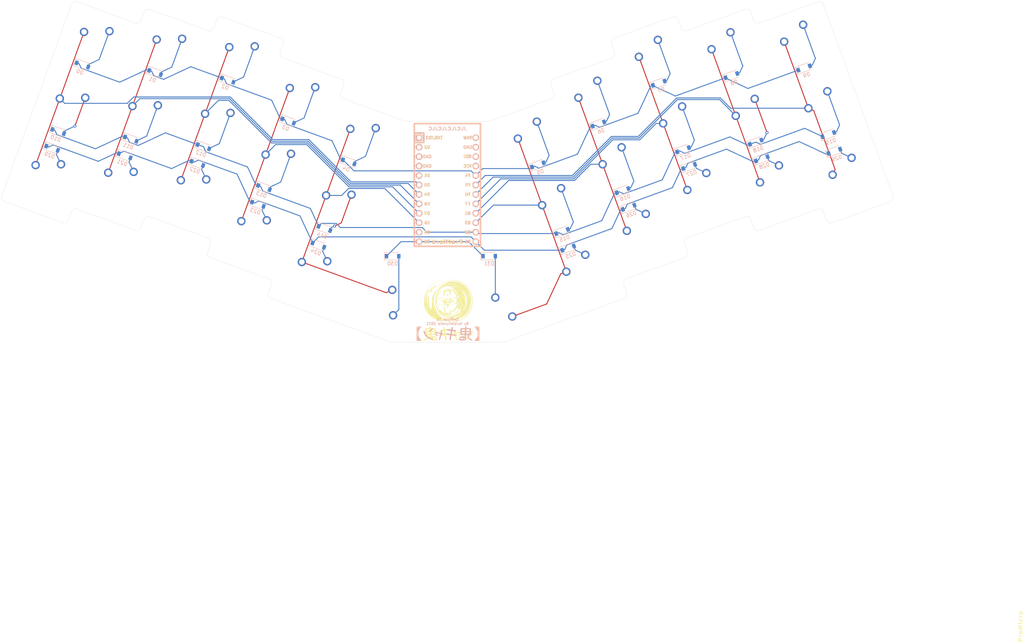
<source format=kicad_pcb>
(kicad_pcb (version 20171130) (host pcbnew "(5.1.4)-1")
  (layers (0 F.Cu signal) (31 B.Cu signal) (34 B.Paste user) (35 F.Paste user) (36 B.SilkS user) (37 F.SilkS user) (38 B.Mask user) (39 F.Mask user) (44 Edge.Cuts user))
  (net 0 "")
  (net 1 ROW0)
  (net 2 "Net-(D0-Pad2)")
  (net 3 "Net-(D1-Pad2)")
  (net 4 "Net-(D2-Pad2)")
  (net 5 "Net-(D3-Pad2)")
  (net 6 "Net-(D4-Pad2)")
  (net 7 "Net-(D5-Pad2)")
  (net 8 "Net-(D6-Pad2)")
  (net 9 "Net-(D7-Pad2)")
  (net 10 "Net-(D8-Pad2)")
  (net 11 "Net-(D9-Pad2)")
  (net 12 ROW1)
  (net 13 "Net-(D10-Pad2)")
  (net 14 "Net-(D11-Pad2)")
  (net 15 "Net-(D12-Pad2)")
  (net 16 "Net-(D13-Pad2)")
  (net 17 "Net-(D14-Pad2)")
  (net 18 "Net-(D15-Pad2)")
  (net 19 "Net-(D16-Pad2)")
  (net 20 "Net-(D17-Pad2)")
  (net 21 "Net-(D18-Pad2)")
  (net 22 "Net-(D19-Pad2)")
  (net 23 ROW2)
  (net 24 "Net-(D20-Pad2)")
  (net 25 "Net-(D21-Pad2)")
  (net 26 "Net-(D22-Pad2)")
  (net 27 "Net-(D23-Pad2)")
  (net 28 "Net-(D24-Pad2)")
  (net 29 "Net-(D25-Pad2)")
  (net 30 "Net-(D26-Pad2)")
  (net 31 "Net-(D27-Pad2)")
  (net 32 "Net-(D28-Pad2)")
  (net 33 "Net-(D29-Pad2)")
  (net 34 "Net-(D30-Pad2)")
  (net 35 COL0)
  (net 36 COL1)
  (net 37 COL2)
  (net 38 COL3)
  (net 39 COL4)
  (net 40 COL5)
  (net 41 COL6)
  (net 42 COL7)
  (net 43 COL8)
  (net 44 COL9)
  (net 45 "Net-(U0-Pad24)")
  (net 46 "Net-(U0-Pad23)")
  (net 47 "Net-(U0-Pad22)")
  (net 48 "Net-(U0-Pad21)")
  (net 49 "Net-(U0-Pad11)")
  (net 50 "Net-(U0-Pad5)")
  (net 51 "Net-(U0-Pad4)")
  (net 52 "Net-(U0-Pad3)")
  (net 53 "Net-(U0-Pad2)")
  (net 54 "Net-(U0-Pad1)")
  (net 55 ROW3)
  (net 56 "Net-(D31-Pad2)")
  (module OniKyan-SS:MkII (layer F.Cu) (at 142.8756 115.49111)
    (fp_text reference G*** hide)
    (fp_text value LOGO hide)
  )
  (module OniKyan-SS:OniKyan_SS (layer F.Cu) (at 141.5 123.82552)
    (fp_text reference G*** hide)
    (fp_text value LOGO hide)
  )
  (module OniKyan-SS:OniKyan_SS (layer B.Cu) (at 144.6 123.82552 180)
    (fp_text reference G*** hide)
    (fp_text value LOGO hide)
  )
  (module "" (layer F.Cu) (at 142.8756 85.72536)
    (fp_text reference "" (at 154.11 103.59) (layer F.SilkS) (effects (font (size 1.27 1.27))))
    (fp_text value "" (at 154.11 103.59) (layer F.SilkS) (effects (font (size 1.27 1.27))))
    (fp_text user ProMicro (at 154.11 117.48338 -90) (layer F.SilkS) (effects (font (size 1 1.3) (thickness 0.2))))
  )
  (module random-keyboard-parts:D_SOD-123-Pretty (layer B.Cu) (at 154.11 103.59)
    (fp_text reference D31 (at 0 2) (layer B.SilkS) (effects (justify mirror)))
    (fp_text value D_Small)
    (pad 1 smd rect (at -1.65 0) (size 0.9 1.2) (layers B.Cu B.Paste B.Mask) (net 55 ROW3))
    (pad 2 smd rect (at 1.65 0) (size 0.9 1.2) (layers B.Cu B.Paste B.Mask) (net 56 "Net-(D31-Pad2)"))
  )
  (module random-keyboard-parts:D_SOD-123-Pretty (layer B.Cu) (at 128.15 103.6)
    (fp_text reference D30 (at 0 2) (layer B.SilkS) (effects (justify mirror)))
    (fp_text value D_Small)
    (pad 2 smd rect (at 1.65 0) (size 0.9 1.2) (layers B.Cu B.Paste B.Mask) (net 34 "Net-(D30-Pad2)"))
    (pad 1 smd rect (at -1.65 0) (size 0.9 1.2) (layers B.Cu B.Paste B.Mask) (net 55 ROW3))
  )
  (module random-keyboard-parts:D_SOD-123-Pretty (layer B.Cu) (at 246.938766 75.374291 20)
    (fp_text reference D29 (at 0 2 20) (layer B.SilkS) (effects (justify mirror)))
    (fp_text value D_Small)
    (pad 1 smd rect (at -1.65 0 20) (size 0.9 1.2) (layers B.Cu B.Paste B.Mask) (net 23 ROW2))
    (pad 2 smd rect (at 1.65 0 20) (size 0.9 1.2) (layers B.Cu B.Paste B.Mask) (net 33 "Net-(D29-Pad2)"))
  )
  (module random-keyboard-parts:D_SOD-123-Pretty (layer B.Cu) (at 227.408668 77.414497 20)
    (fp_text reference D28 (at 0 2 20) (layer B.SilkS) (effects (justify mirror)))
    (fp_text value D_Small)
    (pad 1 smd rect (at -1.65 0 20) (size 0.9 1.2) (layers B.Cu B.Paste B.Mask) (net 23 ROW2))
    (pad 2 smd rect (at 1.65 0 20) (size 0.9 1.2) (layers B.Cu B.Paste B.Mask) (net 32 "Net-(D28-Pad2)"))
  )
  (module random-keyboard-parts:D_SOD-123-Pretty (layer B.Cu) (at 207.878571 79.454703 20)
    (fp_text reference D27 (at 0 2 20) (layer B.SilkS) (effects (justify mirror)))
    (fp_text value D_Small)
    (pad 1 smd rect (at -1.65 0 20) (size 0.9 1.2) (layers B.Cu B.Paste B.Mask) (net 23 ROW2))
    (pad 2 smd rect (at 1.65 0 20) (size 0.9 1.2) (layers B.Cu B.Paste B.Mask) (net 31 "Net-(D27-Pad2)"))
  )
  (module random-keyboard-parts:D_SOD-123-Pretty (layer B.Cu) (at 191.606229 90.445519 20)
    (fp_text reference D26 (at 0 2 20) (layer B.SilkS) (effects (justify mirror)))
    (fp_text value D_Small)
    (pad 1 smd rect (at -1.65 0 20) (size 0.9 1.2) (layers B.Cu B.Paste B.Mask) (net 23 ROW2))
    (pad 2 smd rect (at 1.65 0 20) (size 0.9 1.2) (layers B.Cu B.Paste B.Mask) (net 30 "Net-(D26-Pad2)"))
  )
  (module random-keyboard-parts:D_SOD-123-Pretty (layer B.Cu) (at 175.333887 101.436335 20)
    (fp_text reference D25 (at 0 2 200) (layer B.SilkS) (effects (justify mirror)))
    (fp_text value D_Small)
    (pad 1 smd rect (at -1.65 0 20) (size 0.9 1.2) (layers B.Cu B.Paste B.Mask) (net 23 ROW2))
    (pad 2 smd rect (at 1.65 0 20) (size 0.9 1.2) (layers B.Cu B.Paste B.Mask) (net 29 "Net-(D25-Pad2)"))
  )
  (module random-keyboard-parts:D_SOD-123-Pretty (layer B.Cu) (at 108.179661 100.621897 340)
    (fp_text reference D24 (at 0 2 160) (layer B.SilkS) (effects (justify mirror)))
    (fp_text value D_Small)
    (pad 2 smd rect (at 1.65 0 340) (size 0.9 1.2) (layers B.Cu B.Paste B.Mask) (net 28 "Net-(D24-Pad2)"))
    (pad 1 smd rect (at -1.65 0 340) (size 0.9 1.2) (layers B.Cu B.Paste B.Mask) (net 23 ROW2))
  )
  (module random-keyboard-parts:D_SOD-123-Pretty (layer B.Cu) (at 91.907318 89.63108 340)
    (fp_text reference D23 (at 0 2 160) (layer B.SilkS) (effects (justify mirror)))
    (fp_text value D_Small)
    (pad 2 smd rect (at 1.65 0 340) (size 0.9 1.2) (layers B.Cu B.Paste B.Mask) (net 27 "Net-(D23-Pad2)"))
    (pad 1 smd rect (at -1.65 0 340) (size 0.9 1.2) (layers B.Cu B.Paste B.Mask) (net 23 ROW2))
  )
  (module random-keyboard-parts:D_SOD-123-Pretty (layer B.Cu) (at 75.634976 78.640264 340)
    (fp_text reference D22 (at 0 2 160) (layer B.SilkS) (effects (justify mirror)))
    (fp_text value D_Small)
    (pad 2 smd rect (at 1.65 0 340) (size 0.9 1.2) (layers B.Cu B.Paste B.Mask) (net 26 "Net-(D22-Pad2)"))
    (pad 1 smd rect (at -1.65 0 340) (size 0.9 1.2) (layers B.Cu B.Paste B.Mask) (net 23 ROW2))
  )
  (module random-keyboard-parts:D_SOD-123-Pretty (layer B.Cu) (at 56.104879 76.600058 340)
    (fp_text reference D21 (at 0 2 160) (layer B.SilkS) (effects (justify mirror)))
    (fp_text value D_Small)
    (pad 2 smd rect (at 1.65 0 340) (size 0.9 1.2) (layers B.Cu B.Paste B.Mask) (net 25 "Net-(D21-Pad2)"))
    (pad 1 smd rect (at -1.65 0 340) (size 0.9 1.2) (layers B.Cu B.Paste B.Mask) (net 23 ROW2))
  )
  (module random-keyboard-parts:D_SOD-123-Pretty (layer B.Cu) (at 36.574782 74.559852 340)
    (fp_text reference D20 (at 0 2 160) (layer B.SilkS) (effects (justify mirror)))
    (fp_text value D_Small)
    (pad 2 smd rect (at 1.65 0 340) (size 0.9 1.2) (layers B.Cu B.Paste B.Mask) (net 24 "Net-(D20-Pad2)"))
    (pad 1 smd rect (at -1.65 0 340) (size 0.9 1.2) (layers B.Cu B.Paste B.Mask) (net 23 ROW2))
  )
  (module random-keyboard-parts:D_SOD-123-Pretty (layer B.Cu) (at 245.309888 70.898985 20)
    (fp_text reference D19 (at 0 2 200) (layer B.SilkS) (effects (justify mirror)))
    (fp_text value D_Small)
    (pad 1 smd rect (at -1.65 0 20) (size 0.9 1.2) (layers B.Cu B.Paste B.Mask) (net 12 ROW1))
    (pad 2 smd rect (at 1.65 0 20) (size 0.9 1.2) (layers B.Cu B.Paste B.Mask) (net 22 "Net-(D19-Pad2)"))
  )
  (module random-keyboard-parts:D_SOD-123-Pretty (layer B.Cu) (at 225.779791 72.939192 20)
    (fp_text reference D18 (at 0 2 20) (layer B.SilkS) (effects (justify mirror)))
    (fp_text value D_Small)
    (pad 1 smd rect (at -1.65 0 20) (size 0.9 1.2) (layers B.Cu B.Paste B.Mask) (net 12 ROW1))
    (pad 2 smd rect (at 1.65 0 20) (size 0.9 1.2) (layers B.Cu B.Paste B.Mask) (net 21 "Net-(D18-Pad2)"))
  )
  (module random-keyboard-parts:D_SOD-123-Pretty (layer B.Cu) (at 206.249693 74.979398 20)
    (fp_text reference D17 (at 0 2 20) (layer B.SilkS) (effects (justify mirror)))
    (fp_text value D_Small)
    (pad 1 smd rect (at -1.65 0 20) (size 0.9 1.2) (layers B.Cu B.Paste B.Mask) (net 12 ROW1))
    (pad 2 smd rect (at 1.65 0 20) (size 0.9 1.2) (layers B.Cu B.Paste B.Mask) (net 20 "Net-(D17-Pad2)"))
  )
  (module random-keyboard-parts:D_SOD-123-Pretty (layer B.Cu) (at 189.977352 85.970214 20)
    (fp_text reference D16 (at 0 2 20) (layer B.SilkS) (effects (justify mirror)))
    (fp_text value D_Small)
    (pad 1 smd rect (at -1.65 0 20) (size 0.9 1.2) (layers B.Cu B.Paste B.Mask) (net 12 ROW1))
    (pad 2 smd rect (at 1.65 0 20) (size 0.9 1.2) (layers B.Cu B.Paste B.Mask) (net 19 "Net-(D16-Pad2)"))
  )
  (module random-keyboard-parts:D_SOD-123-Pretty (layer B.Cu) (at 173.70501 96.96103 20)
    (fp_text reference D15 (at 0 2 20) (layer B.SilkS) (effects (justify mirror)))
    (fp_text value D_Small)
    (pad 1 smd rect (at -1.65 0 20) (size 0.9 1.2) (layers B.Cu B.Paste B.Mask) (net 12 ROW1))
    (pad 2 smd rect (at 1.65 0 20) (size 0.9 1.2) (layers B.Cu B.Paste B.Mask) (net 18 "Net-(D15-Pad2)"))
  )
  (module random-keyboard-parts:D_SOD-123-Pretty (layer B.Cu) (at 109.808538 96.146591 340)
    (fp_text reference D14 (at 0 2 160) (layer B.SilkS) (effects (justify mirror)))
    (fp_text value D_Small)
    (pad 2 smd rect (at 1.65 0 340) (size 0.9 1.2) (layers B.Cu B.Paste B.Mask) (net 17 "Net-(D14-Pad2)"))
    (pad 1 smd rect (at -1.65 0 340) (size 0.9 1.2) (layers B.Cu B.Paste B.Mask) (net 12 ROW1))
  )
  (module random-keyboard-parts:D_SOD-123-Pretty (layer B.Cu) (at 93.536196 85.155775 340)
    (fp_text reference D13 (at 0 2 160) (layer B.SilkS) (effects (justify mirror)))
    (fp_text value D_Small)
    (pad 2 smd rect (at 1.65 0 340) (size 0.9 1.2) (layers B.Cu B.Paste B.Mask) (net 16 "Net-(D13-Pad2)"))
    (pad 1 smd rect (at -1.65 0 340) (size 0.9 1.2) (layers B.Cu B.Paste B.Mask) (net 12 ROW1))
  )
  (module random-keyboard-parts:D_SOD-123-Pretty (layer B.Cu) (at 77.263854 74.164959 340)
    (fp_text reference D12 (at 0 2 160) (layer B.SilkS) (effects (justify mirror)))
    (fp_text value D_Small)
    (pad 2 smd rect (at 1.65 0 340) (size 0.9 1.2) (layers B.Cu B.Paste B.Mask) (net 15 "Net-(D12-Pad2)"))
    (pad 1 smd rect (at -1.65 0 340) (size 0.9 1.2) (layers B.Cu B.Paste B.Mask) (net 12 ROW1))
  )
  (module random-keyboard-parts:D_SOD-123-Pretty (layer B.Cu) (at 57.733757 72.124753 340)
    (fp_text reference D11 (at 0 2 160) (layer B.SilkS) (effects (justify mirror)))
    (fp_text value D_Small)
    (pad 2 smd rect (at 1.65 0 340) (size 0.9 1.2) (layers B.Cu B.Paste B.Mask) (net 14 "Net-(D11-Pad2)"))
    (pad 1 smd rect (at -1.65 0 340) (size 0.9 1.2) (layers B.Cu B.Paste B.Mask) (net 12 ROW1))
  )
  (module random-keyboard-parts:D_SOD-123-Pretty (layer B.Cu) (at 38.203659 70.084548 340)
    (fp_text reference D10 (at 0 2 160) (layer B.SilkS) (effects (justify mirror)))
    (fp_text value D_Small)
    (pad 2 smd rect (at 1.65 0 340) (size 0.9 1.2) (layers B.Cu B.Paste B.Mask) (net 13 "Net-(D10-Pad2)"))
    (pad 1 smd rect (at -1.65 0 340) (size 0.9 1.2) (layers B.Cu B.Paste B.Mask) (net 12 ROW1))
  )
  (module random-keyboard-parts:D_SOD-123-Pretty (layer B.Cu) (at 238.794377 52.997766 20)
    (fp_text reference D9 (at 0 2 200) (layer B.SilkS) (effects (justify mirror)))
    (fp_text value D_Small)
    (pad 1 smd rect (at -1.65 0 20) (size 0.9 1.2) (layers B.Cu B.Paste B.Mask) (net 1 ROW0))
    (pad 2 smd rect (at 1.65 0 20) (size 0.9 1.2) (layers B.Cu B.Paste B.Mask) (net 11 "Net-(D9-Pad2)"))
  )
  (module random-keyboard-parts:D_SOD-123-Pretty (layer B.Cu) (at 219.26428 55.037972 20)
    (fp_text reference D8 (at 0 2 20) (layer B.SilkS) (effects (justify mirror)))
    (fp_text value D_Small)
    (pad 1 smd rect (at -1.65 0 20) (size 0.9 1.2) (layers B.Cu B.Paste B.Mask) (net 1 ROW0))
    (pad 2 smd rect (at 1.65 0 20) (size 0.9 1.2) (layers B.Cu B.Paste B.Mask) (net 10 "Net-(D8-Pad2)"))
  )
  (module random-keyboard-parts:D_SOD-123-Pretty (layer B.Cu) (at 199.734182 57.078178 20)
    (fp_text reference D7 (at 0 2 20) (layer B.SilkS) (effects (justify mirror)))
    (fp_text value D_Small)
    (pad 1 smd rect (at -1.65 0 20) (size 0.9 1.2) (layers B.Cu B.Paste B.Mask) (net 1 ROW0))
    (pad 2 smd rect (at 1.65 0 20) (size 0.9 1.2) (layers B.Cu B.Paste B.Mask) (net 9 "Net-(D7-Pad2)"))
  )
  (module random-keyboard-parts:D_SOD-123-Pretty (layer B.Cu) (at 183.46184 68.068993 20)
    (fp_text reference D6 (at 0 2 20) (layer B.SilkS) (effects (justify mirror)))
    (fp_text value D_Small)
    (pad 1 smd rect (at -1.65 0 20) (size 0.9 1.2) (layers B.Cu B.Paste B.Mask) (net 1 ROW0))
    (pad 2 smd rect (at 1.65 0 20) (size 0.9 1.2) (layers B.Cu B.Paste B.Mask) (net 8 "Net-(D6-Pad2)"))
  )
  (module random-keyboard-parts:D_SOD-123-Pretty (layer B.Cu) (at 167.1895 79.05981 20)
    (fp_text reference D5 (at 0 2 20) (layer B.SilkS) (effects (justify mirror)))
    (fp_text value D_Small)
    (pad 1 smd rect (at -1.65 0 20) (size 0.9 1.2) (layers B.Cu B.Paste B.Mask) (net 1 ROW0))
    (pad 2 smd rect (at 1.65 0 20) (size 0.9 1.2) (layers B.Cu B.Paste B.Mask) (net 7 "Net-(D5-Pad2)"))
  )
  (module random-keyboard-parts:D_SOD-123-Pretty (layer B.Cu) (at 116.324049 78.245372 340)
    (fp_text reference D4 (at 0 2 160) (layer B.SilkS) (effects (justify mirror)))
    (fp_text value D_Small)
    (pad 2 smd rect (at 1.65 0 340) (size 0.9 1.2) (layers B.Cu B.Paste B.Mask) (net 6 "Net-(D4-Pad2)"))
    (pad 1 smd rect (at -1.65 0 340) (size 0.9 1.2) (layers B.Cu B.Paste B.Mask) (net 1 ROW0))
  )
  (module random-keyboard-parts:D_SOD-123-Pretty (layer B.Cu) (at 100.051706 67.254556 340)
    (fp_text reference D3 (at 0 2 160) (layer B.SilkS) (effects (justify mirror)))
    (fp_text value D_Small)
    (pad 2 smd rect (at 1.65 0 340) (size 0.9 1.2) (layers B.Cu B.Paste B.Mask) (net 5 "Net-(D3-Pad2)"))
    (pad 1 smd rect (at -1.65 0 340) (size 0.9 1.2) (layers B.Cu B.Paste B.Mask) (net 1 ROW0))
  )
  (module random-keyboard-parts:D_SOD-123-Pretty (layer B.Cu) (at 83.779365 56.26374 340)
    (fp_text reference D2 (at 0 2 160) (layer B.SilkS) (effects (justify mirror)))
    (fp_text value D_Small)
    (pad 2 smd rect (at 1.65 0 340) (size 0.9 1.2) (layers B.Cu B.Paste B.Mask) (net 4 "Net-(D2-Pad2)"))
    (pad 1 smd rect (at -1.65 0 340) (size 0.9 1.2) (layers B.Cu B.Paste B.Mask) (net 1 ROW0))
  )
  (module random-keyboard-parts:D_SOD-123-Pretty (layer B.Cu) (at 64.249268 54.223533 340)
    (fp_text reference D1 (at 0 2 160) (layer B.SilkS) (effects (justify mirror)))
    (fp_text value D_Small)
    (pad 2 smd rect (at 1.65 0 340) (size 0.9 1.2) (layers B.Cu B.Paste B.Mask) (net 3 "Net-(D1-Pad2)"))
    (pad 1 smd rect (at -1.65 0 340) (size 0.9 1.2) (layers B.Cu B.Paste B.Mask) (net 1 ROW0))
  )
  (module random-keyboard-parts:D_SOD-123-Pretty (layer B.Cu) (at 44.719171 52.183327 340)
    (fp_text reference D0 (at 0 2 160) (layer B.SilkS) (effects (justify mirror)))
    (fp_text value D_Small)
    (pad 2 smd rect (at 1.65 0 340) (size 0.9 1.2) (layers B.Cu B.Paste B.Mask) (net 2 "Net-(D0-Pad2)"))
    (pad 1 smd rect (at -1.65 0 340) (size 0.9 1.2) (layers B.Cu B.Paste B.Mask) (net 1 ROW0))
  )
  (module MX_Only:MXOnly-1.25U-NoLED (layer F.Cu) (at 124.34917 115.37641 250)
    (fp_text reference MX30)
    (fp_text value MX-NoLED)
    (pad "" np_thru_hole circle (at 5.08 0 298.0996) (size 1.75 1.75) (drill 1.75) (layers *.Cu *.Mask))
    (pad "" np_thru_hole circle (at -5.08 0 298.0996) (size 1.75 1.75) (drill 1.75) (layers *.Cu *.Mask))
    (pad 1 thru_hole circle (at -3.81 -2.54 250) (size 2.25 2.25) (drill 1.47) (layers *.Cu B.Mask) (net 39 COL4))
    (pad "" np_thru_hole circle (at 0 0 250) (size 3.9878 3.9878) (drill 3.9878) (layers *.Cu *.Mask))
    (pad 2 thru_hole circle (at 2.54 -5.08 250) (size 2.25 2.25) (drill 1.47) (layers *.Cu B.Mask) (net 34 "Net-(D30-Pad2)"))
  )
  (module MX_Only:MXOnly-1U-NoLED (layer F.Cu) (at 179.30325 108.860899 20)
    (fp_text reference MX25)
    (fp_text value MX-NoLED)
    (pad 2 thru_hole circle (at 2.54 -5.08 20) (size 2.25 2.25) (drill 1.47) (layers *.Cu B.Mask) (net 29 "Net-(D25-Pad2)"))
    (pad "" np_thru_hole circle (at 0 0 20) (size 3.9878 3.9878) (drill 3.9878) (layers *.Cu *.Mask))
    (pad 1 thru_hole circle (at -3.81 -2.54 20) (size 2.25 2.25) (drill 1.47) (layers *.Cu B.Mask) (net 40 COL5))
    (pad "" np_thru_hole circle (at -5.08 0 68.0996) (size 1.75 1.75) (drill 1.75) (layers *.Cu *.Mask))
    (pad "" np_thru_hole circle (at 5.08 0 68.0996) (size 1.75 1.75) (drill 1.75) (layers *.Cu *.Mask))
  )
  (module MX_Only:MXOnly-1.25U-NoLED (layer F.Cu) (at 161.40203 115.37641 110)
    (fp_text reference MX31)
    (fp_text value MX-NoLED)
    (pad 2 thru_hole circle (at 2.54 -5.08 110) (size 2.25 2.25) (drill 1.47) (layers *.Cu B.Mask) (net 56 "Net-(D31-Pad2)"))
    (pad "" np_thru_hole circle (at 0 0 110) (size 3.9878 3.9878) (drill 3.9878) (layers *.Cu *.Mask))
    (pad 1 thru_hole circle (at -3.81 -2.54 110) (size 2.25 2.25) (drill 1.47) (layers *.Cu B.Mask) (net 40 COL5))
    (pad "" np_thru_hole circle (at -5.08 0 158.0996) (size 1.75 1.75) (drill 1.75) (layers *.Cu *.Mask))
    (pad "" np_thru_hole circle (at 5.08 0 158.0996) (size 1.75 1.75) (drill 1.75) (layers *.Cu *.Mask))
  )
  (module MX_Only:MXOnly-1U-NoLED (layer F.Cu) (at 250.908128 82.798855 20)
    (fp_text reference MX29)
    (fp_text value MX-NoLED)
    (pad "" np_thru_hole circle (at 5.08 0 68.0996) (size 1.75 1.75) (drill 1.75) (layers *.Cu *.Mask))
    (pad "" np_thru_hole circle (at -5.08 0 68.0996) (size 1.75 1.75) (drill 1.75) (layers *.Cu *.Mask))
    (pad 1 thru_hole circle (at -3.81 -2.54 20) (size 2.25 2.25) (drill 1.47) (layers *.Cu B.Mask) (net 44 COL9))
    (pad "" np_thru_hole circle (at 0 0 20) (size 3.9878 3.9878) (drill 3.9878) (layers *.Cu *.Mask))
    (pad 2 thru_hole circle (at 2.54 -5.08 20) (size 2.25 2.25) (drill 1.47) (layers *.Cu B.Mask) (net 33 "Net-(D29-Pad2)"))
  )
  (module MX_Only:MXOnly-1U-NoLED (layer F.Cu) (at 211.847933 86.879267 20)
    (fp_text reference MX27)
    (fp_text value MX-NoLED)
    (pad "" np_thru_hole circle (at 5.08 0 68.0996) (size 1.75 1.75) (drill 1.75) (layers *.Cu *.Mask))
    (pad "" np_thru_hole circle (at -5.08 0 68.0996) (size 1.75 1.75) (drill 1.75) (layers *.Cu *.Mask))
    (pad 1 thru_hole circle (at -3.81 -2.54 20) (size 2.25 2.25) (drill 1.47) (layers *.Cu B.Mask) (net 42 COL7))
    (pad "" np_thru_hole circle (at 0 0 20) (size 3.9878 3.9878) (drill 3.9878) (layers *.Cu *.Mask))
    (pad 2 thru_hole circle (at 2.54 -5.08 20) (size 2.25 2.25) (drill 1.47) (layers *.Cu B.Mask) (net 31 "Net-(D27-Pad2)"))
  )
  (module MX_Only:MXOnly-1U-NoLED (layer F.Cu) (at 195.575592 97.870083 20)
    (fp_text reference MX26)
    (fp_text value MX-NoLED)
    (pad "" np_thru_hole circle (at 5.08 0 68.0996) (size 1.75 1.75) (drill 1.75) (layers *.Cu *.Mask))
    (pad "" np_thru_hole circle (at -5.08 0 68.0996) (size 1.75 1.75) (drill 1.75) (layers *.Cu *.Mask))
    (pad 1 thru_hole circle (at -3.81 -2.54 20) (size 2.25 2.25) (drill 1.47) (layers *.Cu B.Mask) (net 41 COL6))
    (pad "" np_thru_hole circle (at 0 0 20) (size 3.9878 3.9878) (drill 3.9878) (layers *.Cu *.Mask))
    (pad 2 thru_hole circle (at 2.54 -5.08 20) (size 2.25 2.25) (drill 1.47) (layers *.Cu B.Mask) (net 30 "Net-(D26-Pad2)"))
  )
  (module MX_Only:MXOnly-1U-NoLED (layer F.Cu) (at 231.378031 84.839061 20)
    (fp_text reference MX28)
    (fp_text value MX-NoLED)
    (pad "" np_thru_hole circle (at 5.08 0 68.0996) (size 1.75 1.75) (drill 1.75) (layers *.Cu *.Mask))
    (pad "" np_thru_hole circle (at -5.08 0 68.0996) (size 1.75 1.75) (drill 1.75) (layers *.Cu *.Mask))
    (pad 1 thru_hole circle (at -3.81 -2.54 20) (size 2.25 2.25) (drill 1.47) (layers *.Cu B.Mask) (net 43 COL8))
    (pad "" np_thru_hole circle (at 0 0 20) (size 3.9878 3.9878) (drill 3.9878) (layers *.Cu *.Mask))
    (pad 2 thru_hole circle (at 2.54 -5.08 20) (size 2.25 2.25) (drill 1.47) (layers *.Cu B.Mask) (net 32 "Net-(D28-Pad2)"))
  )
  (module MX_Only:MXOnly-1U-NoLED (layer F.Cu) (at 224.86252 66.937841 20)
    (fp_text reference MX18)
    (fp_text value MX-NoLED)
    (pad "" np_thru_hole circle (at 5.08 0 68.0996) (size 1.75 1.75) (drill 1.75) (layers *.Cu *.Mask))
    (pad "" np_thru_hole circle (at -5.08 0 68.0996) (size 1.75 1.75) (drill 1.75) (layers *.Cu *.Mask))
    (pad 1 thru_hole circle (at -3.81 -2.54 20) (size 2.25 2.25) (drill 1.47) (layers *.Cu B.Mask) (net 43 COL8))
    (pad "" np_thru_hole circle (at 0 0 20) (size 3.9878 3.9878) (drill 3.9878) (layers *.Cu *.Mask))
    (pad 2 thru_hole circle (at 2.54 -5.08 20) (size 2.25 2.25) (drill 1.47) (layers *.Cu B.Mask) (net 21 "Net-(D18-Pad2)"))
  )
  (module MX_Only:MXOnly-1U-NoLED (layer F.Cu) (at 244.392617 64.897635 20)
    (fp_text reference MX19)
    (fp_text value MX-NoLED)
    (pad "" np_thru_hole circle (at 5.08 0 68.0996) (size 1.75 1.75) (drill 1.75) (layers *.Cu *.Mask))
    (pad "" np_thru_hole circle (at -5.08 0 68.0996) (size 1.75 1.75) (drill 1.75) (layers *.Cu *.Mask))
    (pad 1 thru_hole circle (at -3.81 -2.54 20) (size 2.25 2.25) (drill 1.47) (layers *.Cu B.Mask) (net 44 COL9))
    (pad "" np_thru_hole circle (at 0 0 20) (size 3.9878 3.9878) (drill 3.9878) (layers *.Cu *.Mask))
    (pad 2 thru_hole circle (at 2.54 -5.08 20) (size 2.25 2.25) (drill 1.47) (layers *.Cu B.Mask) (net 22 "Net-(D19-Pad2)"))
  )
  (module MX_Only:MXOnly-1U-NoLED (layer F.Cu) (at 182.544569 62.067644 20)
    (fp_text reference MX6)
    (fp_text value MX-NoLED)
    (pad "" np_thru_hole circle (at 5.08 0 68.0996) (size 1.75 1.75) (drill 1.75) (layers *.Cu *.Mask))
    (pad "" np_thru_hole circle (at -5.08 0 68.0996) (size 1.75 1.75) (drill 1.75) (layers *.Cu *.Mask))
    (pad 1 thru_hole circle (at -3.81 -2.54 20) (size 2.25 2.25) (drill 1.47) (layers *.Cu B.Mask) (net 41 COL6))
    (pad "" np_thru_hole circle (at 0 0 20) (size 3.9878 3.9878) (drill 3.9878) (layers *.Cu *.Mask))
    (pad 2 thru_hole circle (at 2.54 -5.08 20) (size 2.25 2.25) (drill 1.47) (layers *.Cu B.Mask) (net 8 "Net-(D6-Pad2)"))
  )
  (module MX_Only:MXOnly-1U-NoLED (layer F.Cu) (at 189.060081 79.968863 20)
    (fp_text reference MX16)
    (fp_text value MX-NoLED)
    (pad "" np_thru_hole circle (at 5.08 0 68.0996) (size 1.75 1.75) (drill 1.75) (layers *.Cu *.Mask))
    (pad "" np_thru_hole circle (at -5.08 0 68.0996) (size 1.75 1.75) (drill 1.75) (layers *.Cu *.Mask))
    (pad 1 thru_hole circle (at -3.81 -2.54 20) (size 2.25 2.25) (drill 1.47) (layers *.Cu B.Mask) (net 41 COL6))
    (pad "" np_thru_hole circle (at 0 0 20) (size 3.9878 3.9878) (drill 3.9878) (layers *.Cu *.Mask))
    (pad 2 thru_hole circle (at 2.54 -5.08 20) (size 2.25 2.25) (drill 1.47) (layers *.Cu B.Mask) (net 19 "Net-(D16-Pad2)"))
  )
  (module MX_Only:MXOnly-1U-NoLED (layer F.Cu) (at 172.787739 90.959679 20)
    (fp_text reference MX15)
    (fp_text value MX-NoLED)
    (pad "" np_thru_hole circle (at 5.08 0 68.0996) (size 1.75 1.75) (drill 1.75) (layers *.Cu *.Mask))
    (pad "" np_thru_hole circle (at -5.08 0 68.0996) (size 1.75 1.75) (drill 1.75) (layers *.Cu *.Mask))
    (pad 1 thru_hole circle (at -3.81 -2.54 20) (size 2.25 2.25) (drill 1.47) (layers *.Cu B.Mask) (net 40 COL5))
    (pad "" np_thru_hole circle (at 0 0 20) (size 3.9878 3.9878) (drill 3.9878) (layers *.Cu *.Mask))
    (pad 2 thru_hole circle (at 2.54 -5.08 20) (size 2.25 2.25) (drill 1.47) (layers *.Cu B.Mask) (net 18 "Net-(D15-Pad2)"))
  )
  (module MX_Only:MXOnly-1U-NoLED (layer F.Cu) (at 205.332422 68.978046 20)
    (fp_text reference MX17)
    (fp_text value MX-NoLED)
    (pad "" np_thru_hole circle (at 5.08 0 68.0996) (size 1.75 1.75) (drill 1.75) (layers *.Cu *.Mask))
    (pad "" np_thru_hole circle (at -5.08 0 68.0996) (size 1.75 1.75) (drill 1.75) (layers *.Cu *.Mask))
    (pad 1 thru_hole circle (at -3.81 -2.54 20) (size 2.25 2.25) (drill 1.47) (layers *.Cu B.Mask) (net 42 COL7))
    (pad "" np_thru_hole circle (at 0 0 20) (size 3.9878 3.9878) (drill 3.9878) (layers *.Cu *.Mask))
    (pad 2 thru_hole circle (at 2.54 -5.08 20) (size 2.25 2.25) (drill 1.47) (layers *.Cu B.Mask) (net 20 "Net-(D17-Pad2)"))
  )
  (module MX_Only:MXOnly-1U-NoLED (layer F.Cu) (at 237.877108 46.996415 20)
    (fp_text reference MX9)
    (fp_text value MX-NoLED)
    (pad "" np_thru_hole circle (at 5.08 0 68.0996) (size 1.75 1.75) (drill 1.75) (layers *.Cu *.Mask))
    (pad "" np_thru_hole circle (at -5.08 0 68.0996) (size 1.75 1.75) (drill 1.75) (layers *.Cu *.Mask))
    (pad 1 thru_hole circle (at -3.81 -2.54 20) (size 2.25 2.25) (drill 1.47) (layers *.Cu B.Mask) (net 44 COL9))
    (pad "" np_thru_hole circle (at 0 0 20) (size 3.9878 3.9878) (drill 3.9878) (layers *.Cu *.Mask))
    (pad 2 thru_hole circle (at 2.54 -5.08 20) (size 2.25 2.25) (drill 1.47) (layers *.Cu B.Mask) (net 11 "Net-(D9-Pad2)"))
  )
  (module MX_Only:MXOnly-1U-NoLED (layer F.Cu) (at 198.816912 51.076829 20)
    (fp_text reference MX7)
    (fp_text value MX-NoLED)
    (pad "" np_thru_hole circle (at 5.08 0 68.0996) (size 1.75 1.75) (drill 1.75) (layers *.Cu *.Mask))
    (pad "" np_thru_hole circle (at -5.08 0 68.0996) (size 1.75 1.75) (drill 1.75) (layers *.Cu *.Mask))
    (pad 1 thru_hole circle (at -3.81 -2.54 20) (size 2.25 2.25) (drill 1.47) (layers *.Cu B.Mask) (net 42 COL7))
    (pad "" np_thru_hole circle (at 0 0 20) (size 3.9878 3.9878) (drill 3.9878) (layers *.Cu *.Mask))
    (pad 2 thru_hole circle (at 2.54 -5.08 20) (size 2.25 2.25) (drill 1.47) (layers *.Cu B.Mask) (net 9 "Net-(D7-Pad2)"))
  )
  (module MX_Only:MXOnly-1U-NoLED (layer F.Cu) (at 218.347009 49.036622 20)
    (fp_text reference MX8)
    (fp_text value MX-NoLED)
    (pad "" np_thru_hole circle (at 5.08 0 68.0996) (size 1.75 1.75) (drill 1.75) (layers *.Cu *.Mask))
    (pad "" np_thru_hole circle (at -5.08 0 68.0996) (size 1.75 1.75) (drill 1.75) (layers *.Cu *.Mask))
    (pad 1 thru_hole circle (at -3.81 -2.54 20) (size 2.25 2.25) (drill 1.47) (layers *.Cu B.Mask) (net 43 COL8))
    (pad "" np_thru_hole circle (at 0 0 20) (size 3.9878 3.9878) (drill 3.9878) (layers *.Cu *.Mask))
    (pad 2 thru_hole circle (at 2.54 -5.08 20) (size 2.25 2.25) (drill 1.47) (layers *.Cu B.Mask) (net 10 "Net-(D8-Pad2)"))
  )
  (module MX_Only:MXOnly-1U-NoLED (layer F.Cu) (at 166.272228 73.05846 20)
    (fp_text reference MX5)
    (fp_text value MX-NoLED)
    (pad "" np_thru_hole circle (at 5.08 0 68.0996) (size 1.75 1.75) (drill 1.75) (layers *.Cu *.Mask))
    (pad "" np_thru_hole circle (at -5.08 0 68.0996) (size 1.75 1.75) (drill 1.75) (layers *.Cu *.Mask))
    (pad 1 thru_hole circle (at -3.81 -2.54 20) (size 2.25 2.25) (drill 1.47) (layers *.Cu B.Mask) (net 40 COL5))
    (pad "" np_thru_hole circle (at 0 0 20) (size 3.9878 3.9878) (drill 3.9878) (layers *.Cu *.Mask))
    (pad 2 thru_hole circle (at 2.54 -5.08 20) (size 2.25 2.25) (drill 1.47) (layers *.Cu B.Mask) (net 7 "Net-(D5-Pad2)"))
  )
  (module MX_Only:MXOnly-1U-NoLED (layer F.Cu) (at 112.963463 90.959681 340)
    (fp_text reference MX14)
    (fp_text value MX-NoLED)
    (pad "" np_thru_hole circle (at 5.08 0 28.0996) (size 1.75 1.75) (drill 1.75) (layers *.Cu *.Mask))
    (pad "" np_thru_hole circle (at -5.08 0 28.0996) (size 1.75 1.75) (drill 1.75) (layers *.Cu *.Mask))
    (pad 1 thru_hole circle (at -3.81 -2.54 340) (size 2.25 2.25) (drill 1.47) (layers *.Cu B.Mask) (net 39 COL4))
    (pad "" np_thru_hole circle (at 0 0 340) (size 3.9878 3.9878) (drill 3.9878) (layers *.Cu *.Mask))
    (pad 2 thru_hole circle (at 2.54 -5.08 340) (size 2.25 2.25) (drill 1.47) (layers *.Cu B.Mask) (net 17 "Net-(D14-Pad2)"))
  )
  (module Keebio-Parts:ArduinoProMicro (layer F.Cu) (at 142.8756 85.72536 270)
    (fp_text reference U0 hide)
    (fp_text value ProMicro hide)
    (fp_text user D2 (at -11.43 5.461) (layer B.SilkS) (effects (font (size 0.8 0.8)) (justify mirror)))
    (fp_text user D0 (at -1.27 5.461) (layer B.SilkS) (effects (font (size 0.8 0.8)) (justify mirror)))
    (fp_text user D1 (at -3.81 5.461) (layer B.SilkS) (effects (font (size 0.8 0.8)) (justify mirror)))
    (fp_text user GND (at -6.35 5.461) (layer B.SilkS) (effects (font (size 0.8 0.8)) (justify mirror)))
    (fp_text user GND (at -8.89 5.461) (layer B.SilkS) (effects (font (size 0.8 0.8)) (justify mirror)))
    (fp_text user D4 (at 1.27 5.461) (layer B.SilkS) (effects (font (size 0.8 0.8)) (justify mirror)))
    (fp_text user C6 (at 3.81 5.461) (layer B.SilkS) (effects (font (size 0.8 0.8)) (justify mirror)))
    (fp_text user D7 (at 6.35 5.461) (layer B.SilkS) (effects (font (size 0.8 0.8)) (justify mirror)))
    (fp_text user E6 (at 8.89 5.461) (layer B.SilkS) (effects (font (size 0.8 0.8)) (justify mirror)))
    (fp_text user B4 (at 11.43 5.461) (layer B.SilkS) (effects (font (size 0.8 0.8)) (justify mirror)))
    (fp_text user B5 (at 13.97 5.461) (layer B.SilkS) (effects (font (size 0.8 0.8)) (justify mirror)))
    (fp_text user B6 (at 13.97 -5.461) (layer B.SilkS) (effects (font (size 0.8 0.8)) (justify mirror)))
    (fp_text user B2 (at 11.43 -5.461) (layer F.SilkS) (effects (font (size 0.8 0.8))))
    (fp_text user B3 (at 8.89 -5.461) (layer B.SilkS) (effects (font (size 0.8 0.8)) (justify mirror)))
    (fp_text user B1 (at 6.35 -5.461) (layer B.SilkS) (effects (font (size 0.8 0.8)) (justify mirror)))
    (fp_text user F7 (at 3.81 -5.461) (layer F.SilkS) (effects (font (size 0.8 0.8))))
    (fp_text user F6 (at 1.27 -5.461) (layer F.SilkS) (effects (font (size 0.8 0.8))))
    (fp_text user F5 (at -1.27 -5.461) (layer F.SilkS) (effects (font (size 0.8 0.8))))
    (fp_text user F4 (at -3.81 -5.461) (layer B.SilkS) (effects (font (size 0.8 0.8)) (justify mirror)))
    (fp_text user VCC (at -6.35 -5.461) (layer B.SilkS) (effects (font (size 0.8 0.8)) (justify mirror)))
    (fp_text user GND (at -11.43 -5.461) (layer B.SilkS) (effects (font (size 0.8 0.8)) (justify mirror)))
    (fp_text user RAW (at -13.97 -5.461) (layer B.SilkS) (effects (font (size 0.8 0.8)) (justify mirror)))
    (fp_text user RAW (at -13.97 -5.461) (layer F.SilkS) (effects (font (size 0.8 0.8))))
    (fp_text user GND (at -11.43 -5.461) (layer F.SilkS) (effects (font (size 0.8 0.8))))
    (fp_text user ST (at -8.92 -5.73312) (layer F.SilkS) (effects (font (size 0.8 0.8))))
    (fp_text user VCC (at -6.35 -5.461) (layer F.SilkS) (effects (font (size 0.8 0.8))))
    (fp_text user F4 (at -3.81 -5.461) (layer F.SilkS) (effects (font (size 0.8 0.8))))
    (fp_text user F5 (at -1.27 -5.461) (layer B.SilkS) (effects (font (size 0.8 0.8)) (justify mirror)))
    (fp_text user F6 (at 1.27 -5.461) (layer B.SilkS) (effects (font (size 0.8 0.8)) (justify mirror)))
    (fp_text user F7 (at 3.81 -5.461) (layer B.SilkS) (effects (font (size 0.8 0.8)) (justify mirror)))
    (fp_text user B1 (at 6.35 -5.461) (layer F.SilkS) (effects (font (size 0.8 0.8))))
    (fp_text user B3 (at 8.89 -5.461) (layer F.SilkS) (effects (font (size 0.8 0.8))))
    (fp_text user B2 (at 11.43 -5.461) (layer B.SilkS) (effects (font (size 0.8 0.8)) (justify mirror)))
    (fp_text user B6 (at 13.97 -5.461) (layer F.SilkS) (effects (font (size 0.8 0.8))))
    (fp_text user B5 (at 13.97 5.461) (layer F.SilkS) (effects (font (size 0.8 0.8))))
    (fp_text user B4 (at 11.43 5.461) (layer F.SilkS) (effects (font (size 0.8 0.8))))
    (fp_text user E6 (at 8.89 5.461) (layer F.SilkS) (effects (font (size 0.8 0.8))))
    (fp_text user D7 (at 6.35 5.461) (layer F.SilkS) (effects (font (size 0.8 0.8))))
    (fp_text user C6 (at 3.81 5.461) (layer F.SilkS) (effects (font (size 0.8 0.8))))
    (fp_text user D4 (at 1.27 5.461) (layer F.SilkS) (effects (font (size 0.8 0.8))))
    (fp_text user GND (at -8.89 5.461) (layer F.SilkS) (effects (font (size 0.8 0.8))))
    (fp_text user GND (at -6.35 5.461) (layer F.SilkS) (effects (font (size 0.8 0.8))))
    (fp_text user D1 (at -3.81 5.461) (layer F.SilkS) (effects (font (size 0.8 0.8))))
    (fp_text user D0 (at -1.27 5.461) (layer F.SilkS) (effects (font (size 0.8 0.8))))
    (fp_text user D2 (at -11.43 5.461) (layer F.SilkS) (effects (font (size 0.8 0.8))))
    (fp_text user TX0/D3 (at -13.97 3.571872) (layer B.SilkS) (effects (font (size 0.8 0.8)) (justify mirror)))
    (fp_text user TX0/D3 (at -13.97 3.571872) (layer F.SilkS) (effects (font (size 0.8 0.8))))
    (fp_text user ST (at -8.91 -5.04) (layer B.SilkS) (effects (font (size 0.8 0.8)) (justify mirror)))
    (fp_text user ProMicro (at 14.03756 0) (layer B.SilkS) (effects (font (size 1 1.3) (thickness 0.2)) (justify mirror)))
    (fp_text user ProMicro (at 14.03756 0 180) (layer F.SilkS) (effects (font (size 1 1.3) (thickness 0.2))))
    (pad 1 thru_hole rect (at -13.97 7.62 270) (size 1.7526 1.7526) (drill 1.0922) (layers *.Cu *.SilkS *.Mask) (net 54 "Net-(U0-Pad1)"))
    (pad 2 thru_hole circle (at -11.43 7.62 270) (size 1.7526 1.7526) (drill 1.0922) (layers *.Cu *.SilkS *.Mask) (net 53 "Net-(U0-Pad2)"))
    (pad 3 thru_hole circle (at -8.89 7.62 270) (size 1.7526 1.7526) (drill 1.0922) (layers *.Cu *.SilkS *.Mask) (net 52 "Net-(U0-Pad3)"))
    (pad 4 thru_hole circle (at -6.35 7.62 270) (size 1.7526 1.7526) (drill 1.0922) (layers *.Cu *.SilkS *.Mask) (net 51 "Net-(U0-Pad4)"))
    (pad 5 thru_hole circle (at -3.81 7.62 270) (size 1.7526 1.7526) (drill 1.0922) (layers *.Cu *.SilkS *.Mask) (net 50 "Net-(U0-Pad5)"))
    (pad 6 thru_hole circle (at -1.27 7.62 270) (size 1.7526 1.7526) (drill 1.0922) (layers *.Cu *.SilkS *.Mask) (net 35 COL0))
    (pad 7 thru_hole circle (at 1.27 7.62 270) (size 1.7526 1.7526) (drill 1.0922) (layers *.Cu *.SilkS *.Mask) (net 36 COL1))
    (pad 8 thru_hole circle (at 3.81 7.62 270) (size 1.7526 1.7526) (drill 1.0922) (layers *.Cu *.SilkS *.Mask) (net 37 COL2))
    (pad 9 thru_hole circle (at 6.35 7.62 270) (size 1.7526 1.7526) (drill 1.0922) (layers *.Cu *.SilkS *.Mask) (net 38 COL3))
    (pad 10 thru_hole circle (at 8.89 7.62 270) (size 1.7526 1.7526) (drill 1.0922) (layers *.Cu *.SilkS *.Mask) (net 39 COL4))
    (pad 11 thru_hole circle (at 11.43 7.62 270) (size 1.7526 1.7526) (drill 1.0922) (layers *.Cu *.SilkS *.Mask) (net 49 "Net-(U0-Pad11)"))
    (pad 13 thru_hole circle (at 13.97 -7.62 270) (size 1.7526 1.7526) (drill 1.0922) (layers *.Cu *.SilkS *.Mask) (net 23 ROW2))
    (pad 14 thru_hole circle (at 11.43 -7.62 270) (size 1.7526 1.7526) (drill 1.0922) (layers *.Cu *.SilkS *.Mask) (net 12 ROW1))
    (pad 15 thru_hole circle (at 8.89 -7.62 270) (size 1.7526 1.7526) (drill 1.0922) (layers *.Cu *.SilkS *.Mask) (net 40 COL5))
    (pad 16 thru_hole circle (at 6.35 -7.62 270) (size 1.7526 1.7526) (drill 1.0922) (layers *.Cu *.SilkS *.Mask) (net 41 COL6))
    (pad 17 thru_hole circle (at 3.81 -7.62 270) (size 1.7526 1.7526) (drill 1.0922) (layers *.Cu *.SilkS *.Mask) (net 42 COL7))
    (pad 18 thru_hole circle (at 1.27 -7.62 270) (size 1.7526 1.7526) (drill 1.0922) (layers *.Cu *.SilkS *.Mask) (net 43 COL8))
    (pad 19 thru_hole circle (at -1.27 -7.62 270) (size 1.7526 1.7526) (drill 1.0922) (layers *.Cu *.SilkS *.Mask) (net 44 COL9))
    (pad 20 thru_hole circle (at -3.81 -7.62 270) (size 1.7526 1.7526) (drill 1.0922) (layers *.Cu *.SilkS *.Mask) (net 1 ROW0))
    (pad 21 thru_hole circle (at -6.35 -7.62 270) (size 1.7526 1.7526) (drill 1.0922) (layers *.Cu *.SilkS *.Mask) (net 48 "Net-(U0-Pad21)"))
    (pad 22 thru_hole circle (at -8.89 -7.62 270) (size 1.7526 1.7526) (drill 1.0922) (layers *.Cu *.SilkS *.Mask) (net 47 "Net-(U0-Pad22)"))
    (pad 23 thru_hole circle (at -11.43 -7.62 270) (size 1.7526 1.7526) (drill 1.0922) (layers *.Cu *.SilkS *.Mask) (net 46 "Net-(U0-Pad23)"))
    (pad 12 thru_hole circle (at 13.97 7.62 270) (size 1.7526 1.7526) (drill 1.0922) (layers *.Cu *.SilkS *.Mask) (net 55 ROW3))
    (pad 24 thru_hole circle (at -13.97 -7.62 270) (size 1.7526 1.7526) (drill 1.0922) (layers *.Cu *.SilkS *.Mask) (net 45 "Net-(U0-Pad24)"))
  )
  (module MX_Only:MXOnly-1U-NoLED (layer F.Cu) (at 106.44795 108.860899 340)
    (fp_text reference MX24)
    (fp_text value MX-NoLED)
    (pad "" np_thru_hole circle (at 5.08 0 28.0996) (size 1.75 1.75) (drill 1.75) (layers *.Cu *.Mask))
    (pad "" np_thru_hole circle (at -5.08 0 28.0996) (size 1.75 1.75) (drill 1.75) (layers *.Cu *.Mask))
    (pad 1 thru_hole circle (at -3.81 -2.54 340) (size 2.25 2.25) (drill 1.47) (layers *.Cu B.Mask) (net 39 COL4))
    (pad "" np_thru_hole circle (at 0 0 340) (size 3.9878 3.9878) (drill 3.9878) (layers *.Cu *.Mask))
    (pad 2 thru_hole circle (at 2.54 -5.08 340) (size 2.25 2.25) (drill 1.47) (layers *.Cu B.Mask) (net 28 "Net-(D24-Pad2)"))
  )
  (module MX_Only:MXOnly-1U-NoLED (layer F.Cu) (at 90.17561 97.870084 340)
    (fp_text reference MX23)
    (fp_text value MX-NoLED)
    (pad "" np_thru_hole circle (at 5.08 0 28.0996) (size 1.75 1.75) (drill 1.75) (layers *.Cu *.Mask))
    (pad "" np_thru_hole circle (at -5.08 0 28.0996) (size 1.75 1.75) (drill 1.75) (layers *.Cu *.Mask))
    (pad 1 thru_hole circle (at -3.81 -2.54 340) (size 2.25 2.25) (drill 1.47) (layers *.Cu B.Mask) (net 38 COL3))
    (pad "" np_thru_hole circle (at 0 0 340) (size 3.9878 3.9878) (drill 3.9878) (layers *.Cu *.Mask))
    (pad 2 thru_hole circle (at 2.54 -5.08 340) (size 2.25 2.25) (drill 1.47) (layers *.Cu B.Mask) (net 27 "Net-(D23-Pad2)"))
  )
  (module MX_Only:MXOnly-1U-NoLED (layer F.Cu) (at 73.903267 86.879266 340)
    (fp_text reference MX22)
    (fp_text value MX-NoLED)
    (pad "" np_thru_hole circle (at 5.08 0 28.0996) (size 1.75 1.75) (drill 1.75) (layers *.Cu *.Mask))
    (pad "" np_thru_hole circle (at -5.08 0 28.0996) (size 1.75 1.75) (drill 1.75) (layers *.Cu *.Mask))
    (pad 1 thru_hole circle (at -3.81 -2.54 340) (size 2.25 2.25) (drill 1.47) (layers *.Cu B.Mask) (net 37 COL2))
    (pad "" np_thru_hole circle (at 0 0 340) (size 3.9878 3.9878) (drill 3.9878) (layers *.Cu *.Mask))
    (pad 2 thru_hole circle (at 2.54 -5.08 340) (size 2.25 2.25) (drill 1.47) (layers *.Cu B.Mask) (net 26 "Net-(D22-Pad2)"))
  )
  (module MX_Only:MXOnly-1U-NoLED (layer F.Cu) (at 54.373169 84.839061 340)
    (fp_text reference MX21)
    (fp_text value MX-NoLED)
    (pad "" np_thru_hole circle (at 5.08 0 28.0996) (size 1.75 1.75) (drill 1.75) (layers *.Cu *.Mask))
    (pad "" np_thru_hole circle (at -5.08 0 28.0996) (size 1.75 1.75) (drill 1.75) (layers *.Cu *.Mask))
    (pad 1 thru_hole circle (at -3.81 -2.54 340) (size 2.25 2.25) (drill 1.47) (layers *.Cu B.Mask) (net 36 COL1))
    (pad "" np_thru_hole circle (at 0 0 340) (size 3.9878 3.9878) (drill 3.9878) (layers *.Cu *.Mask))
    (pad 2 thru_hole circle (at 2.54 -5.08 340) (size 2.25 2.25) (drill 1.47) (layers *.Cu B.Mask) (net 25 "Net-(D21-Pad2)"))
  )
  (module MX_Only:MXOnly-1U-NoLED (layer F.Cu) (at 34.843072 82.798855 340)
    (fp_text reference MX20)
    (fp_text value MX-NoLED)
    (pad "" np_thru_hole circle (at 5.08 0 28.0996) (size 1.75 1.75) (drill 1.75) (layers *.Cu *.Mask))
    (pad "" np_thru_hole circle (at -5.08 0 28.0996) (size 1.75 1.75) (drill 1.75) (layers *.Cu *.Mask))
    (pad 1 thru_hole circle (at -3.81 -2.54 340) (size 2.25 2.25) (drill 1.47) (layers *.Cu B.Mask) (net 35 COL0))
    (pad "" np_thru_hole circle (at 0 0 340) (size 3.9878 3.9878) (drill 3.9878) (layers *.Cu *.Mask))
    (pad 2 thru_hole circle (at 2.54 -5.08 340) (size 2.25 2.25) (drill 1.47) (layers *.Cu B.Mask) (net 24 "Net-(D20-Pad2)"))
  )
  (module MX_Only:MXOnly-1U-NoLED (layer F.Cu) (at 96.691119 79.968863 340)
    (fp_text reference MX13)
    (fp_text value MX-NoLED)
    (pad "" np_thru_hole circle (at 5.08 0 28.0996) (size 1.75 1.75) (drill 1.75) (layers *.Cu *.Mask))
    (pad "" np_thru_hole circle (at -5.08 0 28.0996) (size 1.75 1.75) (drill 1.75) (layers *.Cu *.Mask))
    (pad 1 thru_hole circle (at -3.81 -2.54 340) (size 2.25 2.25) (drill 1.47) (layers *.Cu B.Mask) (net 38 COL3))
    (pad "" np_thru_hole circle (at 0 0 340) (size 3.9878 3.9878) (drill 3.9878) (layers *.Cu *.Mask))
    (pad 2 thru_hole circle (at 2.54 -5.08 340) (size 2.25 2.25) (drill 1.47) (layers *.Cu B.Mask) (net 16 "Net-(D13-Pad2)"))
  )
  (module MX_Only:MXOnly-1U-NoLED (layer F.Cu) (at 80.418778 68.978046 340)
    (fp_text reference MX12)
    (fp_text value MX-NoLED)
    (pad "" np_thru_hole circle (at 5.08 0 28.0996) (size 1.75 1.75) (drill 1.75) (layers *.Cu *.Mask))
    (pad "" np_thru_hole circle (at -5.08 0 28.0996) (size 1.75 1.75) (drill 1.75) (layers *.Cu *.Mask))
    (pad 1 thru_hole circle (at -3.81 -2.54 340) (size 2.25 2.25) (drill 1.47) (layers *.Cu B.Mask) (net 37 COL2))
    (pad "" np_thru_hole circle (at 0 0 340) (size 3.9878 3.9878) (drill 3.9878) (layers *.Cu *.Mask))
    (pad 2 thru_hole circle (at 2.54 -5.08 340) (size 2.25 2.25) (drill 1.47) (layers *.Cu B.Mask) (net 15 "Net-(D12-Pad2)"))
  )
  (module MX_Only:MXOnly-1U-NoLED (layer F.Cu) (at 60.88868 66.937841 340)
    (fp_text reference MX11)
    (fp_text value MX-NoLED)
    (pad "" np_thru_hole circle (at 5.08 0 28.0996) (size 1.75 1.75) (drill 1.75) (layers *.Cu *.Mask))
    (pad "" np_thru_hole circle (at -5.08 0 28.0996) (size 1.75 1.75) (drill 1.75) (layers *.Cu *.Mask))
    (pad 1 thru_hole circle (at -3.81 -2.54 340) (size 2.25 2.25) (drill 1.47) (layers *.Cu B.Mask) (net 36 COL1))
    (pad "" np_thru_hole circle (at 0 0 340) (size 3.9878 3.9878) (drill 3.9878) (layers *.Cu *.Mask))
    (pad 2 thru_hole circle (at 2.54 -5.08 340) (size 2.25 2.25) (drill 1.47) (layers *.Cu B.Mask) (net 14 "Net-(D11-Pad2)"))
  )
  (module MX_Only:MXOnly-1U-NoLED (layer F.Cu) (at 41.358583 64.897636 340)
    (fp_text reference MX10)
    (fp_text value MX-NoLED)
    (pad "" np_thru_hole circle (at 5.08 0 28.0996) (size 1.75 1.75) (drill 1.75) (layers *.Cu *.Mask))
    (pad "" np_thru_hole circle (at -5.08 0 28.0996) (size 1.75 1.75) (drill 1.75) (layers *.Cu *.Mask))
    (pad 1 thru_hole circle (at -3.81 -2.54 340) (size 2.25 2.25) (drill 1.47) (layers *.Cu B.Mask) (net 35 COL0))
    (pad "" np_thru_hole circle (at 0 0 340) (size 3.9878 3.9878) (drill 3.9878) (layers *.Cu *.Mask))
    (pad 2 thru_hole circle (at 2.54 -5.08 340) (size 2.25 2.25) (drill 1.47) (layers *.Cu B.Mask) (net 13 "Net-(D10-Pad2)"))
  )
  (module MX_Only:MXOnly-1U-NoLED (layer F.Cu) (at 119.478972 73.05846 340)
    (fp_text reference MX4)
    (fp_text value MX-NoLED)
    (pad "" np_thru_hole circle (at 5.08 0 28.0996) (size 1.75 1.75) (drill 1.75) (layers *.Cu *.Mask))
    (pad "" np_thru_hole circle (at -5.08 0 28.0996) (size 1.75 1.75) (drill 1.75) (layers *.Cu *.Mask))
    (pad 1 thru_hole circle (at -3.81 -2.54 340) (size 2.25 2.25) (drill 1.47) (layers *.Cu B.Mask) (net 39 COL4))
    (pad "" np_thru_hole circle (at 0 0 340) (size 3.9878 3.9878) (drill 3.9878) (layers *.Cu *.Mask))
    (pad 2 thru_hole circle (at 2.54 -5.08 340) (size 2.25 2.25) (drill 1.47) (layers *.Cu B.Mask) (net 6 "Net-(D4-Pad2)"))
  )
  (module MX_Only:MXOnly-1U-NoLED (layer F.Cu) (at 103.206631 62.067644 340)
    (fp_text reference MX3)
    (fp_text value MX-NoLED)
    (pad "" np_thru_hole circle (at 5.08 0 28.0996) (size 1.75 1.75) (drill 1.75) (layers *.Cu *.Mask))
    (pad "" np_thru_hole circle (at -5.08 0 28.0996) (size 1.75 1.75) (drill 1.75) (layers *.Cu *.Mask))
    (pad 1 thru_hole circle (at -3.81 -2.54 340) (size 2.25 2.25) (drill 1.47) (layers *.Cu B.Mask) (net 38 COL3))
    (pad "" np_thru_hole circle (at 0 0 340) (size 3.9878 3.9878) (drill 3.9878) (layers *.Cu *.Mask))
    (pad 2 thru_hole circle (at 2.54 -5.08 340) (size 2.25 2.25) (drill 1.47) (layers *.Cu B.Mask) (net 5 "Net-(D3-Pad2)"))
  )
  (module MX_Only:MXOnly-1U-NoLED (layer F.Cu) (at 86.934288 51.076829 340)
    (fp_text reference MX2)
    (fp_text value MX-NoLED)
    (pad "" np_thru_hole circle (at 5.08 0 28.0996) (size 1.75 1.75) (drill 1.75) (layers *.Cu *.Mask))
    (pad "" np_thru_hole circle (at -5.08 0 28.0996) (size 1.75 1.75) (drill 1.75) (layers *.Cu *.Mask))
    (pad 1 thru_hole circle (at -3.81 -2.54 340) (size 2.25 2.25) (drill 1.47) (layers *.Cu B.Mask) (net 37 COL2))
    (pad "" np_thru_hole circle (at 0 0 340) (size 3.9878 3.9878) (drill 3.9878) (layers *.Cu *.Mask))
    (pad 2 thru_hole circle (at 2.54 -5.08 340) (size 2.25 2.25) (drill 1.47) (layers *.Cu B.Mask) (net 4 "Net-(D2-Pad2)"))
  )
  (module MX_Only:MXOnly-1U-NoLED (layer F.Cu) (at 67.404191 49.036622 340)
    (fp_text reference MX1)
    (fp_text value MX-NoLED)
    (pad "" np_thru_hole circle (at 5.08 0 28.0996) (size 1.75 1.75) (drill 1.75) (layers *.Cu *.Mask))
    (pad "" np_thru_hole circle (at -5.08 0 28.0996) (size 1.75 1.75) (drill 1.75) (layers *.Cu *.Mask))
    (pad 1 thru_hole circle (at -3.81 -2.54 340) (size 2.25 2.25) (drill 1.47) (layers *.Cu B.Mask) (net 36 COL1))
    (pad "" np_thru_hole circle (at 0 0 340) (size 3.9878 3.9878) (drill 3.9878) (layers *.Cu *.Mask))
    (pad 2 thru_hole circle (at 2.54 -5.08 340) (size 2.25 2.25) (drill 1.47) (layers *.Cu B.Mask) (net 3 "Net-(D1-Pad2)"))
  )
  (module MX_Only:MXOnly-1U-NoLED (layer F.Cu) (at 47.874092 46.996415 340)
    (fp_text reference MX0)
    (fp_text value MX-NoLED)
    (pad "" np_thru_hole circle (at 5.08 0 28.0996) (size 1.75 1.75) (drill 1.75) (layers *.Cu *.Mask))
    (pad "" np_thru_hole circle (at -5.08 0 28.0996) (size 1.75 1.75) (drill 1.75) (layers *.Cu *.Mask))
    (pad 1 thru_hole circle (at -3.81 -2.54 340) (size 2.25 2.25) (drill 1.47) (layers *.Cu B.Mask) (net 35 COL0))
    (pad "" np_thru_hole circle (at 0 0 340) (size 3.9878 3.9878) (drill 3.9878) (layers *.Cu *.Mask))
    (pad 2 thru_hole circle (at 2.54 -5.08 340) (size 2.25 2.25) (drill 1.47) (layers *.Cu B.Mask) (net 2 "Net-(D0-Pad2)"))
  )
  (gr_text "OniKyan V1\nBy forbiehundie 2021" (at 142.8756 121.2) (layer B.SilkS) (effects (font (size 0.7 0.7) (thickness 0.125)) (justify mirror)))
  (gr_text JLCJLCJLCJLC (at 142.9 69.3) (layer B.SilkS) (effects (font (size 0.85 1) (thickness 0.175)) (justify mirror)))
  (gr_line (start 131.687286 67.365629) (end 154.063838 67.365657) (layer Edge.Cuts) (width 0.05))
  (gr_line (start 157.946828 126.770337) (end 127.804358 126.770373) (layer Edge.Cuts) (width 0.05))
  (gr_arc (start 170.439012 60.138539) (end 170.846232 61.257365) (angle -90) (layer Edge.Cuts) (width 0.05))
  (gr_arc (start 171.862226 57.086448) (end 171.455006 55.96762) (angle -90) (layer Edge.Cuts) (width 0.05))
  (gr_arc (start 186.711354 49.147723) (end 187.118573 50.26655) (angle -90) (layer Edge.Cuts) (width 0.05))
  (gr_arc (start 188.134568 46.095632) (end 187.727423 44.976779) (angle -90.00384978) (layer Edge.Cuts) (width 0.05))
  (gr_arc (start 203.798135 40.394559) (end 204.916961 39.98734) (angle -90) (layer Edge.Cuts) (width 0.05))
  (gr_arc (start 206.850226 41.817773) (end 205.731475 42.224965) (angle -90.00384978) (layer Edge.Cuts) (width 0.05))
  (gr_arc (start 223.328232 38.354353) (end 224.447135 37.947106) (angle -89.99615022) (layer Edge.Cuts) (width 0.05))
  (gr_arc (start 226.380324 39.777567) (end 225.261572 40.184759) (angle -90.00384978) (layer Edge.Cuts) (width 0.05))
  (gr_arc (start 242.85833 36.314147) (end 243.977156 35.906928) (angle -89.99615022) (layer Edge.Cuts) (width 0.05))
  (gr_arc (start 261.590424 87.780153) (end 261.997616 88.898904) (angle -90.00384978) (layer Edge.Cuts) (width 0.05))
  (gr_arc (start 245.926857 93.481226) (end 244.808031 93.888445) (angle -90) (layer Edge.Cuts) (width 0.05))
  (gr_arc (start 242.874765 92.058012) (end 243.993592 91.650793) (angle -90) (layer Edge.Cuts) (width 0.05))
  (gr_arc (start 226.396759 95.521432) (end 225.277933 95.928651) (angle -90) (layer Edge.Cuts) (width 0.05))
  (gr_arc (start 223.344668 94.098218) (end 224.463494 93.690999) (angle -90) (layer Edge.Cuts) (width 0.05))
  (gr_arc (start 207.681101 99.79929) (end 207.273882 98.680464) (angle -89.99614996) (layer Edge.Cuts) (width 0.05))
  (gr_arc (start 206.257887 102.851382) (end 206.665109 103.970207) (angle -90.00384952) (layer Edge.Cuts) (width 0.05))
  (gr_arc (start 191.408759 110.790106) (end 191.001539 109.671279) (angle -89.99614996) (layer Edge.Cuts) (width 0.05))
  (gr_arc (start 189.985546 113.842198) (end 190.392765 114.961024) (angle -90.00384952) (layer Edge.Cuts) (width 0.05))
  (gr_arc (start 115.312215 60.138464) (end 114.193389 59.731243) (angle -90) (layer Edge.Cuts) (width 0.05))
  (gr_arc (start 113.889002 57.086372) (end 115.007828 57.493591) (angle -90) (layer Edge.Cuts) (width 0.05))
  (gr_arc (start 99.039874 49.147647) (end 97.920972 48.7404) (angle -90) (layer Edge.Cuts) (width 0.05))
  (gr_arc (start 97.61666 46.095556) (end 98.735486 46.502775) (angle -90) (layer Edge.Cuts) (width 0.05))
  (gr_arc (start 81.953093 40.394484) (end 82.360312 39.275657) (angle -90) (layer Edge.Cuts) (width 0.05))
  (gr_arc (start 78.901002 41.817697) (end 78.493754 42.9366) (angle -90) (layer Edge.Cuts) (width 0.05))
  (gr_arc (start 62.422996 38.354277) (end 62.830188 37.235525) (angle -90) (layer Edge.Cuts) (width 0.05))
  (gr_arc (start 59.370904 39.777491) (end 58.963657 40.896393) (angle -90) (layer Edge.Cuts) (width 0.05))
  (gr_arc (start 42.892897 36.314071) (end 43.300015 35.195295) (angle -90.0000476) (layer Edge.Cuts) (width 0.05))
  (gr_arc (start 78.070127 99.799214) (end 79.188878 100.206406) (angle -90) (layer Edge.Cuts) (width 0.05))
  (gr_arc (start 79.49334 102.851306) (end 78.374514 102.444086) (angle -90) (layer Edge.Cuts) (width 0.05))
  (gr_arc (start 94.342469 110.79003) (end 95.46122 111.197222) (angle -90) (layer Edge.Cuts) (width 0.05))
  (gr_arc (start 95.765682 113.842123) (end 94.646781 113.434875) (angle -90) (layer Edge.Cuts) (width 0.05))
  (gr_arc (start 62.40656 94.098143) (end 62.813751 92.979392) (angle -90) (layer Edge.Cuts) (width 0.05))
  (gr_arc (start 59.354468 95.521356) (end 58.947147 96.64023) (angle -89.99995135) (layer Edge.Cuts) (width 0.05))
  (gr_arc (start 42.876462 92.057936) (end 43.283681 90.939111) (angle -90.00004812) (layer Edge.Cuts) (width 0.05))
  (gr_arc (start 39.824371 93.481149) (end 39.41705 94.600024) (angle -89.99995135) (layer Edge.Cuts) (width 0.05))
  (gr_arc (start 24.160803 87.780078) (end 23.041876 87.372906) (angle -89.99225284) (layer Edge.Cuts) (width 0.05))
  (gr_line (start 244.808031 93.888445) (end 243.993592 91.650793) (layer Edge.Cuts) (width 0.05))
  (gr_line (start 206.665109 103.970207) (end 191.001539 109.671279) (layer Edge.Cuts) (width 0.05))
  (gr_line (start 187.83018 48.740504) (end 187.015817 46.502824) (layer Edge.Cuts) (width 0.05))
  (gr_line (start 225.277933 95.928651) (end 224.463494 93.690999) (layer Edge.Cuts) (width 0.05))
  (gr_line (start 171.557839 59.73132) (end 170.7434 57.493667) (layer Edge.Cuts) (width 0.05))
  (gr_line (start 187.727423 44.976778) (end 203.390915 39.275733) (layer Edge.Cuts) (width 0.05))
  (gr_line (start 204.916961 39.98734) (end 205.731475 42.224965) (layer Edge.Cuts) (width 0.05))
  (gr_line (start 190.392765 114.961024) (end 157.946828 126.770337) (layer Edge.Cuts) (width 0.05))
  (gr_line (start 206.562323 100.206407) (end 207.376761 102.44406) (layer Edge.Cuts) (width 0.05))
  (gr_line (start 207.257521 42.936572) (end 222.921088 37.2355) (layer Edge.Cuts) (width 0.05))
  (gr_line (start 154.063838 67.365657) (end 170.846232 61.257365) (layer Edge.Cuts) (width 0.05))
  (gr_line (start 222.937421 92.979317) (end 207.273854 98.680389) (layer Edge.Cuts) (width 0.05))
  (gr_line (start 242.467546 90.939186) (end 226.803952 96.640183) (layer Edge.Cuts) (width 0.05))
  (gr_line (start 171.455006 55.96762) (end 187.118573 50.26655) (layer Edge.Cuts) (width 0.05))
  (gr_line (start 261.997616 88.898904) (end 246.334049 94.599977) (layer Edge.Cuts) (width 0.05))
  (gr_line (start 224.447135 37.947106) (end 225.261572 40.184759) (layer Edge.Cuts) (width 0.05))
  (gr_line (start 190.289981 111.197223) (end 191.10442 113.434876) (layer Edge.Cuts) (width 0.05))
  (gr_line (start 243.977156 35.906928) (end 262.709223 87.372859) (layer Edge.Cuts) (width 0.05))
  (gr_line (start 226.787617 40.896366) (end 242.451185 35.195293) (layer Edge.Cuts) (width 0.05))
  (gr_line (start 95.358463 114.960948) (end 127.804358 126.770373) (layer Edge.Cuts) (width 0.05))
  (gr_line (start 95.46122 111.197222) (end 94.646781 113.434875) (layer Edge.Cuts) (width 0.05))
  (gr_line (start 79.086122 103.97013) (end 94.749661 109.671281) (layer Edge.Cuts) (width 0.05))
  (gr_line (start 79.188878 100.206406) (end 78.374514 102.444086) (layer Edge.Cuts) (width 0.05))
  (gr_line (start 62.813751 92.979392) (end 78.477318 98.680464) (layer Edge.Cuts) (width 0.05))
  (gr_line (start 60.473192 95.928624) (end 61.287733 93.690924) (layer Edge.Cuts) (width 0.05))
  (gr_line (start 43.283681 90.939111) (end 58.947146 96.640231) (layer Edge.Cuts) (width 0.05))
  (gr_line (start 40.943094 93.888418) (end 41.757636 91.650716) (layer Edge.Cuts) (width 0.05))
  (gr_line (start 23.753481 88.898952) (end 39.417049 94.600024) (layer Edge.Cuts) (width 0.05))
  (gr_line (start 41.773969 35.9069) (end 23.041874 87.372908) (layer Edge.Cuts) (width 0.05))
  (gr_line (start 58.963657 40.896393) (end 43.300015 35.195293) (layer Edge.Cuts) (width 0.05))
  (gr_line (start 61.304095 37.947031) (end 60.48973 40.18471) (layer Edge.Cuts) (width 0.05))
  (gr_line (start 78.493754 42.9366) (end 62.830188 37.235525) (layer Edge.Cuts) (width 0.05))
  (gr_line (start 80.834267 39.987264) (end 80.019725 42.224965) (layer Edge.Cuts) (width 0.05))
  (gr_line (start 98.023879 44.976729) (end 82.360312 39.275657) (layer Edge.Cuts) (width 0.05))
  (gr_line (start 97.92102 48.740505) (end 98.735486 46.502775) (layer Edge.Cuts) (width 0.05))
  (gr_line (start 114.296221 55.967545) (end 98.632627 50.26655) (layer Edge.Cuts) (width 0.05))
  (gr_line (start 114.193389 59.731243) (end 115.007828 57.493591) (layer Edge.Cuts) (width 0.05))
  (gr_line (start 131.687286 67.365629) (end 114.904968 61.257365) (layer Edge.Cuts) (width 0.05))
  (segment (start 62.04099 53.419786) (end 62.698776 53.6592) (width 0.25) (layer B.Cu) (net 1))
  (segment (start 54.751221 56.819061) (end 62.04099 53.419786) (width 0.25) (layer B.Cu) (net 1))
  (segment (start 44.37931 53.043994) (end 54.751221 56.819061) (width 0.25) (layer B.Cu) (net 1))
  (segment (start 43.826463 51.858408) (end 44.37931 53.043994) (width 0.25) (layer B.Cu) (net 1))
  (segment (start 43.168678 51.618994) (end 43.826463 51.858408) (width 0.25) (layer B.Cu) (net 1))
  (segment (start 97.843429 66.450808) (end 98.501214 66.690222) (width 0.25) (layer B.Cu) (net 1))
  (segment (start 95.600084 61.639938) (end 97.843429 66.450808) (width 0.25) (layer B.Cu) (net 1))
  (segment (start 83.489739 57.232133) (end 95.600084 61.639938) (width 0.25) (layer B.Cu) (net 1))
  (segment (start 82.228872 55.699406) (end 82.886657 55.93882) (width 0.25) (layer B.Cu) (net 1))
  (segment (start 82.886657 55.93882) (end 83.489739 57.232133) (width 0.25) (layer B.Cu) (net 1))
  (segment (start 73.853242 52.650926) (end 82.228872 55.699406) (width 0.25) (layer B.Cu) (net 1))
  (segment (start 66.563474 56.050201) (end 73.853242 52.650926) (width 0.25) (layer B.Cu) (net 1))
  (segment (start 63.909408 55.084199) (end 66.563474 56.050201) (width 0.25) (layer B.Cu) (net 1))
  (segment (start 62.698776 53.6592) (end 63.35656 53.898614) (width 0.25) (layer B.Cu) (net 1))
  (segment (start 63.35656 53.898614) (end 63.909408 55.084199) (width 0.25) (layer B.Cu) (net 1))
  (segment (start 114.115771 77.441624) (end 114.773556 77.681039) (width 0.25) (layer B.Cu) (net 1))
  (segment (start 111.835058 72.550621) (end 114.115771 77.441624) (width 0.25) (layer B.Cu) (net 1))
  (segment (start 99.724714 68.142816) (end 111.835058 72.550621) (width 0.25) (layer B.Cu) (net 1))
  (segment (start 98.501214 66.690222) (end 99.158999 66.929635) (width 0.25) (layer B.Cu) (net 1))
  (segment (start 99.158999 66.929635) (end 99.724714 68.142816) (width 0.25) (layer B.Cu) (net 1))
  (segment (start 217.76509 55.743259) (end 217.713787 55.602305) (width 0.25) (layer B.Cu) (net 1))
  (segment (start 223.677016 58.500037) (end 217.76509 55.743259) (width 0.25) (layer B.Cu) (net 1))
  (segment (start 237.243884 53.562099) (end 223.677016 58.500037) (width 0.25) (layer B.Cu) (net 1))
  (segment (start 198.234992 57.783466) (end 198.183688 57.642512) (width 0.25) (layer B.Cu) (net 1))
  (segment (start 204.146918 60.540242) (end 198.234992 57.783466) (width 0.25) (layer B.Cu) (net 1))
  (segment (start 217.713787 55.602305) (end 204.146918 60.540242) (width 0.25) (layer B.Cu) (net 1))
  (segment (start 182.569131 68.393914) (end 181.911348 68.633328) (width 0.25) (layer B.Cu) (net 1))
  (segment (start 183.754718 68.946761) (end 182.569131 68.393914) (width 0.25) (layer B.Cu) (net 1))
  (segment (start 194.12663 65.171694) (end 183.754718 68.946761) (width 0.25) (layer B.Cu) (net 1))
  (segment (start 197.525905 57.881926) (end 194.12663 65.171694) (width 0.25) (layer B.Cu) (net 1))
  (segment (start 198.183688 57.642512) (end 197.525905 57.881926) (width 0.25) (layer B.Cu) (net 1))
  (segment (start 166.296791 79.38473) (end 165.639006 79.624144) (width 0.25) (layer B.Cu) (net 1))
  (segment (start 167.482376 79.937577) (end 166.296791 79.38473) (width 0.25) (layer B.Cu) (net 1))
  (segment (start 177.854288 76.16251) (end 167.482376 79.937577) (width 0.25) (layer B.Cu) (net 1))
  (segment (start 181.253563 68.872742) (end 177.854288 76.16251) (width 0.25) (layer B.Cu) (net 1))
  (segment (start 181.911348 68.633328) (end 181.253563 68.872742) (width 0.25) (layer B.Cu) (net 1))
  (segment (start 152.365015 80.045945) (end 150.4956 81.91536) (width 0.25) (layer B.Cu) (net 1))
  (segment (start 165.639007 79.624143) (end 165.217205 80.045945) (width 0.25) (layer B.Cu) (net 1))
  (segment (start 165.217205 80.045945) (end 152.365015 80.045945) (width 0.25) (layer B.Cu) (net 1))
  (segment (start 115.195358 78.102841) (end 114.773556 77.681039) (width 0.25) (layer B.Cu) (net 1))
  (segment (start 117.742517 80.65) (end 115.195358 78.102841) (width 0.25) (layer B.Cu) (net 1))
  (segment (start 150.4956 81.91536) (end 149.23024 80.65) (width 0.25) (layer B.Cu) (net 1))
  (segment (start 149.23024 80.65) (end 117.742517 80.65) (width 0.25) (layer B.Cu) (net 1))
  (segment (start 51.454223 44.586549) (end 51.998375 43.091507) (width 0.25) (layer B.Cu) (net 2))
  (segment (start 49.227148 50.705388) (end 51.454223 44.586549) (width 0.25) (layer B.Cu) (net 2))
  (segment (start 46.560381 51.948922) (end 49.227148 50.705388) (width 0.25) (layer B.Cu) (net 2))
  (segment (start 46.269663 52.74766) (end 46.560381 51.948922) (width 0.25) (layer B.Cu) (net 2))
  (segment (start 70.984322 46.626756) (end 71.528474 45.131714) (width 0.25) (layer B.Cu) (net 3))
  (segment (start 68.757248 52.745593) (end 70.984322 46.626756) (width 0.25) (layer B.Cu) (net 3))
  (segment (start 66.090478 53.989128) (end 68.757248 52.745593) (width 0.25) (layer B.Cu) (net 3))
  (segment (start 65.799761 54.787867) (end 66.090478 53.989128) (width 0.25) (layer B.Cu) (net 3))
  (segment (start 90.514419 48.666963) (end 91.05857 47.171921) (width 0.25) (layer B.Cu) (net 4))
  (segment (start 88.047931 55.443584) (end 90.514419 48.666963) (width 0.25) (layer B.Cu) (net 4))
  (segment (start 85.381161 56.687119) (end 88.047931 55.443584) (width 0.25) (layer B.Cu) (net 4))
  (segment (start 85.329858 56.828073) (end 85.381161 56.687119) (width 0.25) (layer B.Cu) (net 4))
  (segment (start 106.786762 59.657778) (end 107.330912 58.162736) (width 0.25) (layer B.Cu) (net 5))
  (segment (start 104.320273 66.4344) (end 106.786762 59.657778) (width 0.25) (layer B.Cu) (net 5))
  (segment (start 101.653503 67.677935) (end 104.320273 66.4344) (width 0.25) (layer B.Cu) (net 5))
  (segment (start 101.6022 67.818889) (end 101.653503 67.677935) (width 0.25) (layer B.Cu) (net 5))
  (segment (start 123.059103 70.648594) (end 123.603254 69.153552) (width 0.25) (layer B.Cu) (net 6))
  (segment (start 120.832029 76.767431) (end 123.059103 70.648594) (width 0.25) (layer B.Cu) (net 6))
  (segment (start 118.165259 78.010966) (end 120.832029 76.767431) (width 0.25) (layer B.Cu) (net 6))
  (segment (start 117.874542 78.809705) (end 118.165259 78.010966) (width 0.25) (layer B.Cu) (net 6))
  (segment (start 169.397776 78.256063) (end 168.739991 78.495477) (width 0.25) (layer B.Cu) (net 7))
  (segment (start 170.222941 76.486492) (end 169.397776 78.256063) (width 0.25) (layer B.Cu) (net 7))
  (segment (start 166.921585 67.41609) (end 170.222941 76.486492) (width 0.25) (layer B.Cu) (net 7))
  (segment (start 185.670118 67.265247) (end 185.012333 67.504661) (width 0.25) (layer B.Cu) (net 8))
  (segment (start 186.495283 65.495676) (end 185.670118 67.265247) (width 0.25) (layer B.Cu) (net 8))
  (segment (start 183.193926 56.425274) (end 186.495283 65.495676) (width 0.25) (layer B.Cu) (net 8))
  (segment (start 201.94246 56.274431) (end 201.284675 56.513845) (width 0.25) (layer B.Cu) (net 9))
  (segment (start 202.767624 54.50486) (end 201.94246 56.274431) (width 0.25) (layer B.Cu) (net 9))
  (segment (start 199.466269 45.434459) (end 202.767624 54.50486) (width 0.25) (layer B.Cu) (net 9))
  (segment (start 221.472557 54.234225) (end 220.814772 54.473639) (width 0.25) (layer B.Cu) (net 10))
  (segment (start 222.297722 52.464654) (end 221.472557 54.234225) (width 0.25) (layer B.Cu) (net 10))
  (segment (start 218.996366 43.394252) (end 222.297722 52.464654) (width 0.25) (layer B.Cu) (net 10))
  (segment (start 241.002655 52.194019) (end 240.34487 52.433433) (width 0.25) (layer B.Cu) (net 11))
  (segment (start 241.82782 50.424445) (end 241.002655 52.194019) (width 0.25) (layer B.Cu) (net 11))
  (segment (start 238.526465 41.354045) (end 241.82782 50.424445) (width 0.25) (layer B.Cu) (net 11))
  (segment (start 55.525479 71.321006) (end 56.183264 71.56042) (width 0.25) (layer B.Cu) (net 12))
  (segment (start 48.23571 74.720281) (end 55.525479 71.321006) (width 0.25) (layer B.Cu) (net 12))
  (segment (start 37.863799 70.945214) (end 48.23571 74.720281) (width 0.25) (layer B.Cu) (net 12))
  (segment (start 37.310951 69.759629) (end 37.863799 70.945214) (width 0.25) (layer B.Cu) (net 12))
  (segment (start 36.653166 69.520213) (end 37.310951 69.759629) (width 0.25) (layer B.Cu) (net 12))
  (segment (start 67.008763 70.432411) (end 75.713361 73.600626) (width 0.25) (layer B.Cu) (net 12))
  (segment (start 59.718995 73.831686) (end 67.008763 70.432411) (width 0.25) (layer B.Cu) (net 12))
  (segment (start 57.393896 72.985419) (end 59.718995 73.831686) (width 0.25) (layer B.Cu) (net 12))
  (segment (start 56.183264 71.56042) (end 56.841049 71.799834) (width 0.25) (layer B.Cu) (net 12))
  (segment (start 56.841049 71.799834) (end 57.393896 72.985419) (width 0.25) (layer B.Cu) (net 12))
  (segment (start 106.007169 90.755238) (end 108.258045 95.582258) (width 0.25) (layer B.Cu) (net 12))
  (segment (start 93.23904 86.108019) (end 106.007169 90.755238) (width 0.25) (layer B.Cu) (net 12))
  (segment (start 91.985703 84.591441) (end 92.643488 84.830856) (width 0.25) (layer B.Cu) (net 12))
  (segment (start 92.643488 84.830856) (end 93.23904 86.108019) (width 0.25) (layer B.Cu) (net 12))
  (segment (start 91.327917 84.352028) (end 91.985703 84.591441) (width 0.25) (layer B.Cu) (net 12))
  (segment (start 89.114408 79.60514) (end 91.327917 84.352028) (width 0.25) (layer B.Cu) (net 12))
  (segment (start 77.910865 75.527384) (end 89.114408 79.60514) (width 0.25) (layer B.Cu) (net 12))
  (segment (start 75.713361 73.600626) (end 77.277948 74.170088) (width 0.25) (layer B.Cu) (net 12))
  (segment (start 77.277948 74.170088) (end 77.910865 75.527384) (width 0.25) (layer B.Cu) (net 12))
  (segment (start 189.084644 86.295133) (end 188.426859 86.534547) (width 0.25) (layer B.Cu) (net 12))
  (segment (start 190.270229 86.847981) (end 189.084644 86.295133) (width 0.25) (layer B.Cu) (net 12))
  (segment (start 200.642141 83.072914) (end 190.270229 86.847981) (width 0.25) (layer B.Cu) (net 12))
  (segment (start 204.041416 75.783145) (end 200.642141 83.072914) (width 0.25) (layer B.Cu) (net 12))
  (segment (start 204.699201 75.543731) (end 204.041416 75.783145) (width 0.25) (layer B.Cu) (net 12))
  (segment (start 172.812302 97.285949) (end 172.154517 97.525363) (width 0.25) (layer B.Cu) (net 12))
  (segment (start 173.997887 97.838797) (end 172.812302 97.285949) (width 0.25) (layer B.Cu) (net 12))
  (segment (start 184.369799 94.06373) (end 173.997887 97.838797) (width 0.25) (layer B.Cu) (net 12))
  (segment (start 187.769074 86.773961) (end 184.369799 94.06373) (width 0.25) (layer B.Cu) (net 12))
  (segment (start 188.426859 86.534547) (end 187.769074 86.773961) (width 0.25) (layer B.Cu) (net 12))
  (segment (start 224.887083 73.264111) (end 224.229298 73.503525) (width 0.25) (layer B.Cu) (net 12))
  (segment (start 225.793884 72.934062) (end 224.887083 73.264111) (width 0.25) (layer B.Cu) (net 12))
  (segment (start 227.071047 73.529613) (end 225.793884 72.934062) (width 0.25) (layer B.Cu) (net 12))
  (segment (start 243.759395 71.463318) (end 238.932376 69.212442) (width 0.25) (layer B.Cu) (net 12))
  (segment (start 238.932376 69.212442) (end 227.071047 73.529613) (width 0.25) (layer B.Cu) (net 12))
  (segment (start 205.356985 75.304317) (end 204.699201 75.543731) (width 0.25) (layer B.Cu) (net 12))
  (segment (start 206.714281 75.937234) (end 205.356985 75.304317) (width 0.25) (layer B.Cu) (net 12))
  (segment (start 218.824626 71.529429) (end 206.714281 75.937234) (width 0.25) (layer B.Cu) (net 12))
  (segment (start 224.229298 73.503525) (end 223.571513 73.742939) (width 0.25) (layer B.Cu) (net 12))
  (segment (start 223.571513 73.742939) (end 218.824626 71.529429) (width 0.25) (layer B.Cu) (net 12))
  (segment (start 150.865603 97.525363) (end 150.4956 97.15536) (width 0.25) (layer B.Cu) (net 12))
  (segment (start 172.154517 97.525363) (end 150.865603 97.525363) (width 0.25) (layer B.Cu) (net 12))
  (segment (start 137.35536 97.15536) (end 150.4956 97.15536) (width 0.25) (layer B.Cu) (net 12))
  (segment (start 108.258045 95.541955) (end 109.014289 94.785711) (width 0.25) (layer B.Cu) (net 12))
  (segment (start 109.014289 94.785711) (end 112.985711 94.785711) (width 0.25) (layer B.Cu) (net 12))
  (segment (start 112.985711 94.785711) (end 114.1 95.9) (width 0.25) (layer B.Cu) (net 12))
  (segment (start 114.1 95.9) (end 136.1 95.9) (width 0.25) (layer B.Cu) (net 12))
  (segment (start 108.258045 95.582258) (end 108.258045 95.541955) (width 0.25) (layer B.Cu) (net 12))
  (segment (start 136.1 95.9) (end 137.35536 97.15536) (width 0.25) (layer B.Cu) (net 12))
  (segment (start 44.938714 62.48777) (end 45.482864 60.992729) (width 0.25) (layer F.Cu) (net 13))
  (segment (start 42.711639 68.606607) (end 44.938714 62.48777) (width 0.25) (layer F.Cu) (net 13))
  (segment (start 40.044869 69.850142) (end 42.711639 68.606607) (width 0.25) (layer B.Cu) (net 13))
  (segment (start 39.754151 70.648881) (end 40.044869 69.850142) (width 0.25) (layer B.Cu) (net 13))
  (segment (start 42.711639 68.606607) (end 42.711639 68.606607) (width 0.25) (layer B.Cu) (net 13))
  (via (at 42.711639 68.606607) (size 0.8) (drill 0.4) (layers F.Cu B.Cu) (net 13))
  (segment (start 59.335553 72.548132) (end 62.002322 71.304597) (width 0.25) (layer B.Cu) (net 14))
  (segment (start 59.28425 72.689086) (end 59.335553 72.548132) (width 0.25) (layer B.Cu) (net 14))
  (segment (start 62.002322 71.304597) (end 64.468811 64.527975) (width 0.25) (layer B.Cu) (net 14))
  (segment (start 64.468811 64.527975) (end 65.012962 63.032934) (width 0.25) (layer B.Cu) (net 14))
  (segment (start 78.86565 74.588338) (end 81.53242 73.344803) (width 0.25) (layer B.Cu) (net 15))
  (segment (start 78.814347 74.729292) (end 78.86565 74.588338) (width 0.25) (layer B.Cu) (net 15))
  (segment (start 81.53242 73.344803) (end 83.998909 66.568183) (width 0.25) (layer B.Cu) (net 15))
  (segment (start 83.998909 66.568183) (end 84.543059 65.07314) (width 0.25) (layer B.Cu) (net 15))
  (segment (start 100.27125 77.558998) (end 100.815401 76.063956) (width 0.25) (layer B.Cu) (net 16))
  (segment (start 98.044177 83.677834) (end 100.27125 77.558998) (width 0.25) (layer B.Cu) (net 16))
  (segment (start 95.377406 84.92137) (end 98.044177 83.677834) (width 0.25) (layer B.Cu) (net 16))
  (segment (start 95.086689 85.720108) (end 95.377406 84.92137) (width 0.25) (layer B.Cu) (net 16))
  (segment (start 111.649748 95.912187) (end 112.510712 95.510712) (width 0.25) (layer B.Cu) (net 17))
  (segment (start 116.543594 88.549815) (end 117.087744 87.054774) (width 0.25) (layer F.Cu) (net 17))
  (segment (start 114.31652 94.668649) (end 116.543594 88.549815) (width 0.25) (layer F.Cu) (net 17))
  (segment (start 111.359031 96.710924) (end 111.649748 95.912187) (width 0.25) (layer B.Cu) (net 17))
  (segment (start 112.510712 95.510712) (end 114.31652 94.668649) (width 0.25) (layer F.Cu) (net 17))
  (via (at 112.510712 95.510712) (size 0.8) (drill 0.4) (layers F.Cu B.Cu) (net 17))
  (segment (start 175.913287 96.157283) (end 175.255503 96.396697) (width 0.25) (layer B.Cu) (net 18))
  (segment (start 176.738452 94.387712) (end 175.913287 96.157283) (width 0.25) (layer B.Cu) (net 18))
  (segment (start 173.437096 85.31731) (end 176.738452 94.387712) (width 0.25) (layer B.Cu) (net 18))
  (segment (start 192.185629 85.166467) (end 191.527844 85.405881) (width 0.25) (layer B.Cu) (net 19))
  (segment (start 193.010794 83.396897) (end 192.185629 85.166467) (width 0.25) (layer B.Cu) (net 19))
  (segment (start 189.709437 74.326494) (end 193.010794 83.396897) (width 0.25) (layer B.Cu) (net 19))
  (segment (start 208.457971 74.175651) (end 207.800186 74.415065) (width 0.25) (layer B.Cu) (net 20))
  (segment (start 209.283136 72.406081) (end 208.457971 74.175651) (width 0.25) (layer B.Cu) (net 20))
  (segment (start 205.981779 63.335678) (end 209.283136 72.406081) (width 0.25) (layer B.Cu) (net 20))
  (segment (start 227.988068 72.135444) (end 227.330284 72.37486) (width 0.25) (layer B.Cu) (net 21))
  (segment (start 228.813233 70.365873) (end 228.813233 70.365873) (width 0.25) (layer B.Cu) (net 21))
  (segment (start 225.511877 61.295473) (end 228.813233 70.365873) (width 0.25) (layer F.Cu) (net 21))
  (segment (start 228.813233 70.365873) (end 227.988068 72.135444) (width 0.25) (layer B.Cu) (net 21))
  (via (at 228.813233 70.365873) (size 0.8) (drill 0.4) (layers F.Cu B.Cu) (net 21))
  (segment (start 247.518165 70.095237) (end 246.860382 70.334651) (width 0.25) (layer B.Cu) (net 22))
  (segment (start 248.34333 68.325666) (end 247.518165 70.095237) (width 0.25) (layer B.Cu) (net 22))
  (segment (start 245.041974 59.255265) (end 248.34333 68.325666) (width 0.25) (layer B.Cu) (net 22))
  (segment (start 53.8966 75.79631) (end 54.554386 76.035725) (width 0.25) (layer B.Cu) (net 23))
  (segment (start 48.982604 78.087745) (end 53.8966 75.79631) (width 0.25) (layer B.Cu) (net 23))
  (segment (start 36.872259 73.67994) (end 48.982604 78.087745) (width 0.25) (layer B.Cu) (net 23))
  (segment (start 35.024289 73.995518) (end 35.682074 74.234933) (width 0.25) (layer B.Cu) (net 23))
  (segment (start 35.682074 74.234933) (end 36.872259 73.67994) (width 0.25) (layer B.Cu) (net 23))
  (segment (start 73.426699 77.836517) (end 74.084483 78.07593) (width 0.25) (layer B.Cu) (net 23))
  (segment (start 68.688912 80.045783) (end 73.426699 77.836517) (width 0.25) (layer B.Cu) (net 23))
  (segment (start 55.884886 75.385499) (end 68.688912 80.045783) (width 0.25) (layer B.Cu) (net 23))
  (segment (start 54.554386 76.035725) (end 54.56745 75.999828) (width 0.25) (layer B.Cu) (net 23))
  (segment (start 54.56745 75.999828) (end 55.884886 75.385499) (width 0.25) (layer B.Cu) (net 23))
  (segment (start 89.699041 88.827334) (end 90.356825 89.066745) (width 0.25) (layer B.Cu) (net 23))
  (segment (start 86.299766 81.537564) (end 89.699041 88.827334) (width 0.25) (layer B.Cu) (net 23))
  (segment (start 75.927854 77.762497) (end 86.299766 81.537564) (width 0.25) (layer B.Cu) (net 23))
  (segment (start 74.742268 78.315345) (end 75.927854 77.762497) (width 0.25) (layer B.Cu) (net 23))
  (segment (start 74.084483 78.07593) (end 74.742268 78.315345) (width 0.25) (layer B.Cu) (net 23))
  (segment (start 106.631295 100.051719) (end 106.629168 100.057563) (width 0.25) (layer B.Cu) (net 23))
  (segment (start 103.235737 92.769922) (end 106.631295 100.051719) (width 0.25) (layer B.Cu) (net 23))
  (segment (start 92.200196 88.753313) (end 103.235737 92.769922) (width 0.25) (layer B.Cu) (net 23))
  (segment (start 90.356825 89.066745) (end 91.01461 89.306161) (width 0.25) (layer B.Cu) (net 23))
  (segment (start 91.01461 89.306161) (end 92.200196 88.753313) (width 0.25) (layer B.Cu) (net 23))
  (segment (start 226.51596 77.739416) (end 225.858176 77.97883) (width 0.25) (layer B.Cu) (net 23))
  (segment (start 227.068808 76.55383) (end 226.51596 77.739416) (width 0.25) (layer B.Cu) (net 23))
  (segment (start 237.44072 72.778763) (end 227.068808 76.55383) (width 0.25) (layer B.Cu) (net 23))
  (segment (start 244.730488 76.178038) (end 237.44072 72.778763) (width 0.25) (layer B.Cu) (net 23))
  (segment (start 245.388273 75.938624) (end 244.730488 76.178038) (width 0.25) (layer B.Cu) (net 23))
  (segment (start 206.985863 79.779622) (end 206.328078 80.019036) (width 0.25) (layer B.Cu) (net 23))
  (segment (start 207.538711 78.594036) (end 206.985863 79.779622) (width 0.25) (layer B.Cu) (net 23))
  (segment (start 217.910624 74.818969) (end 207.538711 78.594036) (width 0.25) (layer B.Cu) (net 23))
  (segment (start 225.200391 78.218244) (end 217.910624 74.818969) (width 0.25) (layer B.Cu) (net 23))
  (segment (start 225.858176 77.97883) (end 225.200391 78.218244) (width 0.25) (layer B.Cu) (net 23))
  (segment (start 190.713521 90.770438) (end 190.055736 91.009852) (width 0.25) (layer B.Cu) (net 23))
  (segment (start 191.266369 89.584852) (end 190.713521 90.770438) (width 0.25) (layer B.Cu) (net 23))
  (segment (start 203.376714 85.177047) (end 191.266369 89.584852) (width 0.25) (layer B.Cu) (net 23))
  (segment (start 205.670293 80.25845) (end 203.376714 85.177047) (width 0.25) (layer B.Cu) (net 23))
  (segment (start 206.328078 80.019036) (end 205.670293 80.25845) (width 0.25) (layer B.Cu) (net 23))
  (segment (start 174.441179 101.761254) (end 173.783395 102.000668) (width 0.25) (layer B.Cu) (net 23))
  (segment (start 174.994027 100.575668) (end 174.441179 101.761254) (width 0.25) (layer B.Cu) (net 23))
  (segment (start 187.104372 96.167863) (end 174.994027 100.575668) (width 0.25) (layer B.Cu) (net 23))
  (segment (start 189.397952 91.249266) (end 187.104372 96.167863) (width 0.25) (layer B.Cu) (net 23))
  (segment (start 190.055736 91.009852) (end 189.397952 91.249266) (width 0.25) (layer B.Cu) (net 23))
  (segment (start 152.800908 102.000668) (end 150.4956 99.69536) (width 0.25) (layer B.Cu) (net 23))
  (segment (start 173.783394 102.000668) (end 152.800908 102.000668) (width 0.25) (layer B.Cu) (net 23))
  (segment (start 149.20024 98.4) (end 149.619301 98.819061) (width 0.25) (layer B.Cu) (net 23))
  (segment (start 149.619301 98.819061) (end 150.4956 99.69536) (width 0.25) (layer B.Cu) (net 23))
  (segment (start 108.286732 98.4) (end 149.20024 98.4) (width 0.25) (layer B.Cu) (net 23))
  (segment (start 106.629168 100.057564) (end 108.286732 98.4) (width 0.25) (layer B.Cu) (net 23))
  (segment (start 37.723818 76.227177) (end 38.967353 78.893947) (width 0.25) (layer B.Cu) (net 24))
  (segment (start 38.125275 75.124185) (end 37.723818 76.227177) (width 0.25) (layer B.Cu) (net 24))
  (segment (start 57.253915 78.267383) (end 58.497451 80.934153) (width 0.25) (layer B.Cu) (net 25))
  (segment (start 57.655372 77.164391) (end 57.253915 78.267383) (width 0.25) (layer B.Cu) (net 25))
  (segment (start 76.784013 80.307589) (end 78.027548 82.974359) (width 0.25) (layer B.Cu) (net 26))
  (segment (start 77.185469 79.204597) (end 76.784013 80.307589) (width 0.25) (layer B.Cu) (net 26))
  (segment (start 93.056355 91.298404) (end 94.299892 93.965176) (width 0.25) (layer B.Cu) (net 27))
  (segment (start 93.457811 90.195413) (end 93.056355 91.298404) (width 0.25) (layer B.Cu) (net 27))
  (segment (start 109.328697 102.289223) (end 110.572232 104.955992) (width 0.25) (layer B.Cu) (net 28))
  (segment (start 109.730154 101.18623) (end 109.328697 102.289223) (width 0.25) (layer B.Cu) (net 28))
  (segment (start 177.285837 101.974994) (end 176.88438 100.872002) (width 0.25) (layer B.Cu) (net 29))
  (segment (start 179.952607 103.218529) (end 177.285837 101.974994) (width 0.25) (layer B.Cu) (net 29))
  (segment (start 193.558179 90.984178) (end 193.156722 89.881186) (width 0.25) (layer B.Cu) (net 30))
  (segment (start 196.224949 92.227713) (end 193.558179 90.984178) (width 0.25) (layer B.Cu) (net 30))
  (segment (start 209.83052 79.993362) (end 209.429064 78.89037) (width 0.25) (layer B.Cu) (net 31))
  (segment (start 212.49729 81.236897) (end 209.83052 79.993362) (width 0.25) (layer B.Cu) (net 31))
  (segment (start 229.360618 77.953156) (end 228.959161 76.850163) (width 0.25) (layer B.Cu) (net 32))
  (segment (start 232.027388 79.196691) (end 229.360618 77.953156) (width 0.25) (layer B.Cu) (net 32))
  (segment (start 248.890715 75.91295) (end 248.489259 74.809957) (width 0.25) (layer B.Cu) (net 33))
  (segment (start 251.557485 77.156485) (end 248.890715 75.91295) (width 0.25) (layer B.Cu) (net 33))
  (segment (start 129.8 117.954769) (end 128.254077 119.500692) (width 0.25) (layer B.Cu) (net 34))
  (segment (start 129.8 103.6) (end 129.8 117.954769) (width 0.25) (layer B.Cu) (net 34))
  (segment (start 38.647084 61.207716) (end 38.647085 61.20772) (width 0.25) (layer F.Cu) (net 35))
  (segment (start 45.162594 43.306499) (end 38.647084 61.207716) (width 0.25) (layer F.Cu) (net 35))
  (segment (start 38.647085 61.20772) (end 32.131574 79.108939) (width 0.25) (layer F.Cu) (net 35))
  (segment (start 116.949956 83.599956) (end 134.400196 83.599956) (width 0.25) (layer B.Cu) (net 35))
  (segment (start 105.599967 72.249967) (end 116.949956 83.599956) (width 0.25) (layer B.Cu) (net 35))
  (segment (start 95.949967 72.249967) (end 105.599967 72.249967) (width 0.25) (layer B.Cu) (net 35))
  (segment (start 84.5 60.8) (end 95.949967 72.249967) (width 0.25) (layer B.Cu) (net 35))
  (segment (start 58.479105 60.8) (end 84.5 60.8) (width 0.25) (layer B.Cu) (net 35))
  (segment (start 56.779105 62.5) (end 58.479105 60.8) (width 0.25) (layer B.Cu) (net 35))
  (segment (start 39.939365 62.5) (end 56.779105 62.5) (width 0.25) (layer B.Cu) (net 35))
  (segment (start 38.647085 61.20772) (end 39.939365 62.5) (width 0.25) (layer B.Cu) (net 35))
  (segment (start 134.400196 83.599956) (end 135.2556 84.45536) (width 0.25) (layer B.Cu) (net 35))
  (segment (start 64.692694 45.346706) (end 58.177183 63.247925) (width 0.25) (layer F.Cu) (net 36))
  (segment (start 58.177183 63.247925) (end 51.661671 81.149145) (width 0.25) (layer F.Cu) (net 36))
  (segment (start 134.379301 86.119061) (end 135.2556 86.99536) (width 0.25) (layer B.Cu) (net 36))
  (segment (start 95.763567 72.699978) (end 105.413568 72.699978) (width 0.25) (layer B.Cu) (net 36))
  (segment (start 116.763556 84.049967) (end 132.310207 84.049967) (width 0.25) (layer B.Cu) (net 36))
  (segment (start 105.413568 72.699978) (end 116.763556 84.049967) (width 0.25) (layer B.Cu) (net 36))
  (segment (start 132.310207 84.049967) (end 134.379301 86.119061) (width 0.25) (layer B.Cu) (net 36))
  (segment (start 84.3136 61.250011) (end 95.763567 72.699978) (width 0.25) (layer B.Cu) (net 36))
  (segment (start 60.175096 61.250011) (end 84.3136 61.250011) (width 0.25) (layer B.Cu) (net 36))
  (segment (start 58.177182 63.247925) (end 60.175096 61.250011) (width 0.25) (layer B.Cu) (net 36))
  (segment (start 83.67864 48.881954) (end 77.70728 65.288131) (width 0.25) (layer F.Cu) (net 37))
  (segment (start 84.222791 47.386913) (end 83.67864 48.881954) (width 0.25) (layer F.Cu) (net 37))
  (segment (start 77.163129 66.783173) (end 71.191769 83.18935) (width 0.25) (layer F.Cu) (net 37))
  (segment (start 77.70728 65.288131) (end 77.163129 66.783173) (width 0.25) (layer F.Cu) (net 37))
  (segment (start 84.1272 61.700022) (end 95.577167 73.149989) (width 0.25) (layer B.Cu) (net 37))
  (segment (start 95.577167 73.149989) (end 105.227169 73.149989) (width 0.25) (layer B.Cu) (net 37))
  (segment (start 105.227169 73.149989) (end 116.577156 84.499978) (width 0.25) (layer B.Cu) (net 37))
  (segment (start 134.379301 88.659061) (end 135.2556 89.53536) (width 0.25) (layer B.Cu) (net 37))
  (segment (start 116.577156 84.499978) (end 130.220218 84.499978) (width 0.25) (layer B.Cu) (net 37))
  (segment (start 81.295388 61.700022) (end 84.1272 61.700022) (width 0.25) (layer B.Cu) (net 37))
  (segment (start 130.220218 84.499978) (end 134.379301 88.659061) (width 0.25) (layer B.Cu) (net 37))
  (segment (start 77.70728 65.28813) (end 81.295388 61.700022) (width 0.25) (layer B.Cu) (net 37))
  (segment (start 99.950982 59.872769) (end 93.979622 76.278947) (width 0.25) (layer F.Cu) (net 38))
  (segment (start 100.495133 58.377728) (end 99.950982 59.872769) (width 0.25) (layer F.Cu) (net 38))
  (segment (start 87.464111 94.180165) (end 87.464113 94.180168) (width 0.25) (layer F.Cu) (net 38))
  (segment (start 93.979622 76.278947) (end 87.464111 94.180165) (width 0.25) (layer F.Cu) (net 38))
  (segment (start 93.979621 76.278947) (end 96.658568 73.6) (width 0.25) (layer B.Cu) (net 38))
  (segment (start 96.658568 73.6) (end 105.04077 73.6) (width 0.25) (layer B.Cu) (net 38))
  (segment (start 116.390756 84.949989) (end 128.130229 84.949989) (width 0.25) (layer B.Cu) (net 38))
  (segment (start 128.130229 84.949989) (end 134.379301 91.199061) (width 0.25) (layer B.Cu) (net 38))
  (segment (start 134.379301 91.199061) (end 135.2556 92.07536) (width 0.25) (layer B.Cu) (net 38))
  (segment (start 105.04077 73.6) (end 116.390756 84.949989) (width 0.25) (layer B.Cu) (net 38))
  (segment (start 110.251964 87.269762) (end 110.251965 87.269765) (width 0.25) (layer F.Cu) (net 39))
  (segment (start 116.767475 69.368544) (end 110.251964 87.269762) (width 0.25) (layer F.Cu) (net 39))
  (segment (start 103.736455 105.170982) (end 103.736452 105.170983) (width 0.25) (layer F.Cu) (net 39))
  (segment (start 110.251965 87.269765) (end 103.736455 105.170982) (width 0.25) (layer F.Cu) (net 39))
  (segment (start 126.411311 113.423956) (end 128.039086 112.664912) (width 0.25) (layer F.Cu) (net 39))
  (segment (start 103.736452 105.170983) (end 126.411311 113.423956) (width 0.25) (layer F.Cu) (net 39))
  (segment (start 126.04024 85.4) (end 135.2556 94.61536) (width 0.25) (layer B.Cu) (net 39))
  (segment (start 116.3 85.4) (end 126.04024 85.4) (width 0.25) (layer B.Cu) (net 39))
  (segment (start 110.251965 87.269765) (end 114.430235 87.269765) (width 0.25) (layer B.Cu) (net 39))
  (segment (start 114.430235 87.269765) (end 116.3 85.4) (width 0.25) (layer B.Cu) (net 39))
  (segment (start 173.359248 108.321327) (end 169.564028 116.460203) (width 0.25) (layer F.Cu) (net 40))
  (segment (start 174.85429 107.777177) (end 173.359248 108.321327) (width 0.25) (layer F.Cu) (net 40))
  (segment (start 168.882929 91.370998) (end 174.85429 107.777177) (width 0.25) (layer F.Cu) (net 40))
  (segment (start 168.338779 89.875957) (end 168.882929 91.370998) (width 0.25) (layer F.Cu) (net 40))
  (segment (start 161.823268 71.974737) (end 162.367418 73.469779) (width 0.25) (layer F.Cu) (net 40))
  (segment (start 162.367418 73.469779) (end 168.338779 89.875957) (width 0.25) (layer F.Cu) (net 40))
  (segment (start 169.564028 116.460203) (end 161.813349 119.28122) (width 0.25) (layer F.Cu) (net 40))
  (segment (start 161.813349 119.28122) (end 160.318308 119.82537) (width 0.25) (layer F.Cu) (net 40))
  (segment (start 155.235004 89.875956) (end 150.4956 94.61536) (width 0.25) (layer B.Cu) (net 40))
  (segment (start 168.338779 89.875956) (end 155.235004 89.875956) (width 0.25) (layer B.Cu) (net 40))
  (segment (start 178.63976 62.478963) (end 184.61112 78.885141) (width 0.25) (layer F.Cu) (net 41))
  (segment (start 178.095609 60.983921) (end 178.63976 62.478963) (width 0.25) (layer F.Cu) (net 41))
  (segment (start 184.61112 78.885141) (end 191.126632 96.786361) (width 0.25) (layer F.Cu) (net 41))
  (segment (start 151.371899 91.199061) (end 150.4956 92.07536) (width 0.25) (layer B.Cu) (net 41))
  (segment (start 159.320927 83.250033) (end 151.371899 91.199061) (width 0.25) (layer B.Cu) (net 41))
  (segment (start 177.049967 83.250033) (end 159.320927 83.250033) (width 0.25) (layer B.Cu) (net 41))
  (segment (start 184.611121 78.88514) (end 181.41486 78.88514) (width 0.25) (layer B.Cu) (net 41))
  (segment (start 181.41486 78.88514) (end 177.049967 83.250033) (width 0.25) (layer B.Cu) (net 41))
  (segment (start 194.912102 51.488148) (end 200.883462 67.894325) (width 0.25) (layer F.Cu) (net 42))
  (segment (start 194.367952 49.993106) (end 194.912102 51.488148) (width 0.25) (layer F.Cu) (net 42))
  (segment (start 200.883462 67.894325) (end 207.398972 85.795545) (width 0.25) (layer F.Cu) (net 42))
  (segment (start 151.371899 88.659061) (end 150.4956 89.53536) (width 0.25) (layer B.Cu) (net 42))
  (segment (start 199.005677 67.894323) (end 194.599978 72.300022) (width 0.25) (layer B.Cu) (net 42))
  (segment (start 194.599978 72.300022) (end 187.362977 72.300022) (width 0.25) (layer B.Cu) (net 42))
  (segment (start 187.362977 72.300022) (end 176.862977 82.800022) (width 0.25) (layer B.Cu) (net 42))
  (segment (start 200.883462 67.894323) (end 199.005677 67.894323) (width 0.25) (layer B.Cu) (net 42))
  (segment (start 176.862977 82.800022) (end 157.230938 82.800022) (width 0.25) (layer B.Cu) (net 42))
  (segment (start 157.230938 82.800022) (end 151.371899 88.659061) (width 0.25) (layer B.Cu) (net 42))
  (segment (start 214.442199 49.447941) (end 220.41356 65.854119) (width 0.25) (layer F.Cu) (net 43))
  (segment (start 213.898049 47.952899) (end 214.442199 49.447941) (width 0.25) (layer F.Cu) (net 43))
  (segment (start 220.41356 65.854119) (end 226.929071 83.755338) (width 0.25) (layer F.Cu) (net 43))
  (segment (start 151.371899 86.119061) (end 150.4956 86.99536) (width 0.25) (layer B.Cu) (net 43))
  (segment (start 187.176577 71.850011) (end 176.676577 82.350011) (width 0.25) (layer B.Cu) (net 43))
  (segment (start 155.140949 82.350011) (end 151.371899 86.119061) (width 0.25) (layer B.Cu) (net 43))
  (segment (start 216.059442 61.5) (end 204.73641 61.5) (width 0.25) (layer B.Cu) (net 43))
  (segment (start 176.676577 82.350011) (end 155.140949 82.350011) (width 0.25) (layer B.Cu) (net 43))
  (segment (start 194.3864 71.850011) (end 187.176577 71.850011) (width 0.25) (layer B.Cu) (net 43))
  (segment (start 220.41356 65.854118) (end 216.059442 61.5) (width 0.25) (layer B.Cu) (net 43))
  (segment (start 204.73641 61.5) (end 194.3864 71.850011) (width 0.25) (layer B.Cu) (net 43))
  (segment (start 239.943658 63.81391) (end 239.943657 63.813913) (width 0.25) (layer F.Cu) (net 44))
  (segment (start 233.428148 45.912692) (end 239.943658 63.81391) (width 0.25) (layer F.Cu) (net 44))
  (segment (start 247.131549 80.273207) (end 246.459168 81.715132) (width 0.25) (layer F.Cu) (net 44))
  (segment (start 241.385584 64.486293) (end 247.131549 80.273207) (width 0.25) (layer F.Cu) (net 44))
  (segment (start 239.943657 63.813913) (end 241.385584 64.486293) (width 0.25) (layer F.Cu) (net 44))
  (segment (start 216.245842 61.049989) (end 204.55001 61.049989) (width 0.25) (layer B.Cu) (net 44))
  (segment (start 204.55001 61.049989) (end 194.2 71.4) (width 0.25) (layer B.Cu) (net 44))
  (segment (start 194.2 71.4) (end 186.990177 71.4) (width 0.25) (layer B.Cu) (net 44))
  (segment (start 186.990177 71.4) (end 176.490177 81.9) (width 0.25) (layer B.Cu) (net 44))
  (segment (start 151.371899 83.579061) (end 150.4956 84.45536) (width 0.25) (layer B.Cu) (net 44))
  (segment (start 153.05096 81.9) (end 151.371899 83.579061) (width 0.25) (layer B.Cu) (net 44))
  (segment (start 219.009764 63.813912) (end 216.245842 61.049989) (width 0.25) (layer B.Cu) (net 44))
  (segment (start 176.490177 81.9) (end 153.05096 81.9) (width 0.25) (layer B.Cu) (net 44))
  (segment (start 239.943657 63.813912) (end 219.009764 63.813912) (width 0.25) (layer B.Cu) (net 44))
  (segment (start 148.56536 99.69536) (end 135.2556 99.69536) (width 0.25) (layer B.Cu) (net 55))
  (segment (start 152.46 103.59) (end 148.56536 99.69536) (width 0.25) (layer B.Cu) (net 55))
  (segment (start 130.40464 99.69536) (end 135.2556 99.69536) (width 0.25) (layer B.Cu) (net 55))
  (segment (start 126.5 103.6) (end 130.40464 99.69536) (width 0.25) (layer B.Cu) (net 55))
  (segment (start 155.76 114.726713) (end 155.75966 114.727053) (width 0.25) (layer B.Cu) (net 56))
  (segment (start 155.76 103.59) (end 155.76 114.726713) (width 0.25) (layer B.Cu) (net 56))
)
</source>
